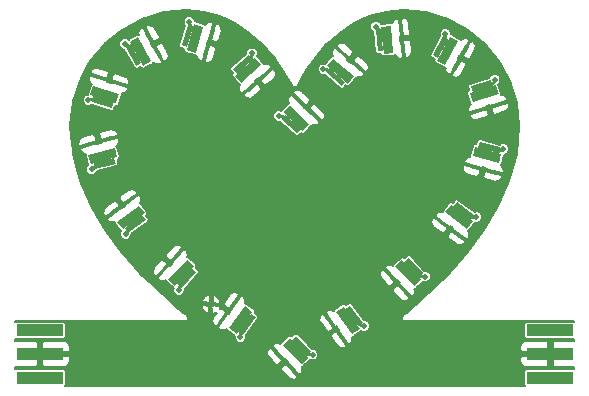
<source format=gtl>
G04 #@! TF.FileFunction,Copper,L1,Top,Signal*
%FSLAX46Y46*%
G04 Gerber Fmt 4.6, Leading zero omitted, Abs format (unit mm)*
G04 Created by KiCad (PCBNEW 4.0.0-rc2-stable) date 3/3/2016 3:06:40 PM*
%MOMM*%
G01*
G04 APERTURE LIST*
%ADD10C,0.150000*%
%ADD11C,0.500000*%
%ADD12R,4.000000X1.000000*%
%ADD13C,0.600000*%
%ADD14C,0.254000*%
%ADD15C,0.152400*%
G04 APERTURE END LIST*
D10*
G36*
X67278037Y-45090824D02*
X66221368Y-46548031D01*
X65816589Y-46254512D01*
X66873258Y-44797305D01*
X67278037Y-45090824D01*
X67278037Y-45090824D01*
G37*
G36*
X65813775Y-43720228D02*
X64463586Y-45582214D01*
X64204527Y-45394362D01*
X65554716Y-43532376D01*
X65813775Y-43720228D01*
X65813775Y-43720228D01*
G37*
G36*
X67020018Y-44594916D02*
X65669829Y-46456901D01*
X65022182Y-45987270D01*
X66372371Y-44125285D01*
X67020018Y-44594916D01*
X67020018Y-44594916D01*
G37*
D11*
X66004779Y-46761546D03*
D10*
G36*
X62244901Y-41264184D02*
X61034140Y-42596121D01*
X60664157Y-42259798D01*
X61874918Y-40927861D01*
X62244901Y-41264184D01*
X62244901Y-41264184D01*
G37*
G36*
X60940531Y-39740628D02*
X59393447Y-41442548D01*
X59156659Y-41227302D01*
X60703743Y-39525382D01*
X60940531Y-39740628D01*
X60940531Y-39740628D01*
G37*
G36*
X62043079Y-40742869D02*
X60495995Y-42444789D01*
X59904023Y-41906673D01*
X61451107Y-40204753D01*
X62043079Y-40742869D01*
X62043079Y-40742869D01*
G37*
D11*
X60795348Y-42784478D03*
D10*
G36*
X57999958Y-36833116D02*
X56551747Y-37902081D01*
X56254812Y-37499800D01*
X57703023Y-36430835D01*
X57999958Y-36833116D01*
X57999958Y-36833116D01*
G37*
G36*
X57019299Y-35083571D02*
X55168807Y-36449469D01*
X54978769Y-36192009D01*
X56829261Y-34826111D01*
X57019299Y-35083571D01*
X57019299Y-35083571D01*
G37*
G36*
X57904164Y-36282367D02*
X56053672Y-37648266D01*
X55578576Y-37004617D01*
X57429068Y-35638718D01*
X57904164Y-36282367D01*
X57904164Y-36282367D01*
G37*
D11*
X56280685Y-38040013D03*
D10*
G36*
X55440027Y-32065512D02*
X53702295Y-32534860D01*
X53571921Y-32052156D01*
X55309653Y-31582808D01*
X55440027Y-32065512D01*
X55440027Y-32065512D01*
G37*
G36*
X55162489Y-30079165D02*
X52942053Y-30678887D01*
X52858613Y-30369957D01*
X55079049Y-29770235D01*
X55162489Y-30079165D01*
X55162489Y-30079165D01*
G37*
G36*
X55551004Y-31517622D02*
X53330569Y-32117344D01*
X53121970Y-31345018D01*
X55342405Y-30745296D01*
X55551004Y-31517622D01*
X55551004Y-31517622D01*
G37*
D11*
X53399636Y-32564814D03*
D10*
G36*
X55115142Y-27368099D02*
X53395280Y-26836990D01*
X53542810Y-26359251D01*
X55262672Y-26890360D01*
X55115142Y-27368099D01*
X55115142Y-27368099D01*
G37*
G36*
X55941181Y-25540461D02*
X53743580Y-24861822D01*
X53837999Y-24556069D01*
X56035600Y-25234708D01*
X55941181Y-25540461D01*
X55941181Y-25540461D01*
G37*
G36*
X55501541Y-26964125D02*
X53303940Y-26285486D01*
X53539989Y-25521103D01*
X55737590Y-26199742D01*
X55501541Y-26964125D01*
X55501541Y-26964125D01*
G37*
D11*
X53123389Y-26700698D03*
D10*
G36*
X57183658Y-23808237D02*
X56328673Y-22224255D01*
X56768668Y-21986759D01*
X57623653Y-23570741D01*
X57183658Y-23808237D01*
X57183658Y-23808237D01*
G37*
G36*
X59053586Y-23083000D02*
X57961105Y-21059023D01*
X58242702Y-20907026D01*
X59335183Y-22931003D01*
X59053586Y-23083000D01*
X59053586Y-23083000D01*
G37*
G36*
X57742400Y-23790738D02*
X56649919Y-21766761D01*
X57353912Y-21386768D01*
X58446393Y-23410745D01*
X57742400Y-23790738D01*
X57742400Y-23790738D01*
G37*
D11*
X56230175Y-21936508D03*
D10*
G36*
X61024928Y-22071365D02*
X61530839Y-20343924D01*
X62010684Y-20484455D01*
X61504773Y-22211896D01*
X61024928Y-22071365D01*
X61024928Y-22071365D01*
G37*
G36*
X62864446Y-22870599D02*
X63510887Y-20663313D01*
X63817988Y-20753253D01*
X63171547Y-22960539D01*
X62864446Y-22870599D01*
X62864446Y-22870599D01*
G37*
G36*
X61434509Y-22451819D02*
X62080950Y-20244532D01*
X62848701Y-20469381D01*
X62202260Y-22676668D01*
X61434509Y-22451819D01*
X61434509Y-22451819D01*
G37*
D11*
X61663142Y-20070070D03*
D10*
G36*
X65364898Y-24075152D02*
X66712213Y-22881527D01*
X67043776Y-23255782D01*
X65696461Y-24449407D01*
X65364898Y-24075152D01*
X65364898Y-24075152D01*
G37*
G36*
X66497390Y-25730467D02*
X68218960Y-24205279D01*
X68431160Y-24444801D01*
X66709590Y-25969989D01*
X66497390Y-25730467D01*
X66497390Y-25730467D01*
G37*
G36*
X65509334Y-24615188D02*
X67230904Y-23090001D01*
X67761404Y-23688808D01*
X66039834Y-25213995D01*
X65509334Y-24615188D01*
X65509334Y-24615188D01*
G37*
D11*
X66969923Y-22720015D03*
D10*
G36*
X74564644Y-25504466D02*
X73210010Y-24319153D01*
X73539264Y-23942866D01*
X74893898Y-25128179D01*
X74564644Y-25504466D01*
X74564644Y-25504466D01*
G37*
G36*
X76063216Y-24171470D02*
X74332295Y-22656904D01*
X74543018Y-22416080D01*
X76273939Y-23930646D01*
X76063216Y-24171470D01*
X76063216Y-24171470D01*
G37*
G36*
X75082041Y-25292806D02*
X73351120Y-23778240D01*
X73877925Y-23176180D01*
X75608846Y-24690746D01*
X75082041Y-25292806D01*
X75082041Y-25292806D01*
G37*
D11*
X73017163Y-24083972D03*
D10*
G36*
X77609097Y-22559846D02*
X77443273Y-20767500D01*
X77941147Y-20721438D01*
X78106971Y-22513784D01*
X77609097Y-22559846D01*
X77609097Y-22559846D01*
G37*
G36*
X79613666Y-22625456D02*
X79401781Y-20335236D01*
X79720420Y-20305756D01*
X79932305Y-22595976D01*
X79613666Y-22625456D01*
X79613666Y-22625456D01*
G37*
G36*
X78130002Y-22762720D02*
X77918116Y-20472501D01*
X78714714Y-20398802D01*
X78926600Y-22689021D01*
X78130002Y-22762720D01*
X78130002Y-22762720D01*
G37*
D11*
X77465424Y-20464169D03*
D10*
G36*
X82310100Y-22891298D02*
X83165073Y-21307308D01*
X83605070Y-21544800D01*
X82750097Y-23128790D01*
X82310100Y-22891298D01*
X82310100Y-22891298D01*
G37*
G36*
X83942543Y-24056516D02*
X85035007Y-22032529D01*
X85316605Y-22184524D01*
X84224141Y-24208511D01*
X83942543Y-24056516D01*
X83942543Y-24056516D01*
G37*
G36*
X82631351Y-23348788D02*
X83723816Y-21324802D01*
X84427811Y-21704790D01*
X83335346Y-23728776D01*
X82631351Y-23348788D01*
X82631351Y-23348788D01*
G37*
D11*
X83351568Y-21067059D03*
D10*
G36*
X85508379Y-25529935D02*
X87227972Y-24997958D01*
X87375743Y-25475623D01*
X85656150Y-26007600D01*
X85508379Y-25529935D01*
X85508379Y-25529935D01*
G37*
G36*
X85857677Y-27504927D02*
X88054935Y-26825178D01*
X88149509Y-27130883D01*
X85952251Y-27810632D01*
X85857677Y-27504927D01*
X85857677Y-27504927D01*
G37*
G36*
X85417318Y-26081486D02*
X87614576Y-25401738D01*
X87851010Y-26166002D01*
X85653752Y-26845750D01*
X85417318Y-26081486D01*
X85417318Y-26081486D01*
G37*
D11*
X87529348Y-24957062D03*
D10*
G36*
X86246391Y-30236768D02*
X87984135Y-30706073D01*
X87853773Y-31188780D01*
X86116029Y-30719475D01*
X86246391Y-30236768D01*
X86246391Y-30236768D01*
G37*
G36*
X85486196Y-32092759D02*
X87706646Y-32692426D01*
X87623214Y-33001359D01*
X85402764Y-32401692D01*
X85486196Y-32092759D01*
X85486196Y-32092759D01*
G37*
G36*
X85874676Y-30654294D02*
X88095126Y-31253961D01*
X87886546Y-32026292D01*
X85666096Y-31426625D01*
X85874676Y-30654294D01*
X85874676Y-30654294D01*
G37*
D11*
X88260723Y-30832561D03*
D10*
G36*
X84318797Y-35309250D02*
X85763061Y-36383542D01*
X85464647Y-36784726D01*
X84020383Y-35710434D01*
X84318797Y-35309250D01*
X84318797Y-35309250D01*
G37*
G36*
X82930516Y-36756757D02*
X84775964Y-38129463D01*
X84584978Y-38386221D01*
X82739530Y-37013515D01*
X82930516Y-36756757D01*
X82930516Y-36756757D01*
G37*
G36*
X83819791Y-35561227D02*
X85665238Y-36933934D01*
X85187775Y-37575829D01*
X83342328Y-36203122D01*
X83819791Y-35561227D01*
X83819791Y-35561227D01*
G37*
D11*
X85973930Y-36602709D03*
D10*
G36*
X80249587Y-40051424D02*
X81469091Y-41375361D01*
X81101331Y-41714112D01*
X79881827Y-40390175D01*
X80249587Y-40051424D01*
X80249587Y-40051424D01*
G37*
G36*
X78616525Y-41215773D02*
X80174780Y-42907471D01*
X79939413Y-43124271D01*
X78381158Y-41432573D01*
X78616525Y-41215773D01*
X78616525Y-41215773D01*
G37*
G36*
X79712451Y-40206294D02*
X81270706Y-41897992D01*
X80682289Y-42439994D01*
X79124034Y-40748296D01*
X79712451Y-40206294D01*
X79712451Y-40206294D01*
G37*
D11*
X81635565Y-41629893D03*
D10*
G36*
X75294348Y-44095296D02*
X76352715Y-45551269D01*
X75948278Y-45845260D01*
X74889911Y-44389287D01*
X75294348Y-44095296D01*
X75294348Y-44095296D01*
G37*
G36*
X73537693Y-45063162D02*
X74890051Y-46923572D01*
X74631211Y-47111726D01*
X73278853Y-45251316D01*
X73537693Y-45063162D01*
X73537693Y-45063162D01*
G37*
G36*
X74742915Y-44187069D02*
X76095274Y-46047479D01*
X75448175Y-46517865D01*
X74095816Y-44657455D01*
X74742915Y-44187069D01*
X74742915Y-44187069D01*
G37*
D11*
X76488666Y-45823331D03*
D10*
G36*
X70719417Y-46688136D02*
X71949194Y-48002537D01*
X71584083Y-48344142D01*
X70354306Y-47029741D01*
X70719417Y-46688136D01*
X70719417Y-46688136D01*
G37*
G36*
X69095472Y-47865167D02*
X70666853Y-49544679D01*
X70433182Y-49763305D01*
X68861801Y-48083793D01*
X69095472Y-47865167D01*
X69095472Y-47865167D01*
G37*
G36*
X70183504Y-46847185D02*
X71754886Y-48526697D01*
X71170708Y-49073265D01*
X69599326Y-47393753D01*
X70183504Y-46847185D01*
X70183504Y-46847185D01*
G37*
D11*
X72117646Y-48255764D03*
D10*
G36*
X70767194Y-29515968D02*
X69460775Y-28277716D01*
X69804734Y-27914822D01*
X71111153Y-29153074D01*
X70767194Y-29515968D01*
X70767194Y-29515968D01*
G37*
G36*
X72317598Y-28243628D02*
X70648284Y-26661417D01*
X70868418Y-26429164D01*
X72537732Y-28011375D01*
X72317598Y-28243628D01*
X72317598Y-28243628D01*
G37*
G36*
X71292601Y-29325053D02*
X69623287Y-27742842D01*
X70173621Y-27162211D01*
X71842935Y-28744422D01*
X71292601Y-29325053D01*
X71292601Y-29325053D01*
G37*
D11*
X69277434Y-28035051D03*
D12*
X92246380Y-50192207D03*
X92246380Y-48192207D03*
X92246380Y-46192207D03*
D13*
X91246380Y-50192207D03*
X91246380Y-48192207D03*
X91246380Y-46192207D03*
D12*
X49020840Y-46192207D03*
X49020840Y-48192207D03*
X49020840Y-50192207D03*
D13*
X50020840Y-46192207D03*
X50020840Y-48192207D03*
X50020840Y-50192207D03*
D11*
X63514998Y-43993486D03*
D14*
X66550000Y-45670000D02*
X66020000Y-45290000D01*
X66550000Y-45670000D02*
X66020000Y-45290000D01*
X66550000Y-45670000D02*
X66020000Y-45290000D01*
X66550000Y-45670000D02*
X66020000Y-45290000D01*
X66550000Y-45670000D02*
X66020000Y-45290000D01*
X66550000Y-45670000D02*
X66020000Y-45290000D01*
X66550000Y-45670000D02*
X66020000Y-45290000D01*
X66550000Y-45670000D02*
X66020000Y-45290000D01*
X66550000Y-45670000D02*
X66020000Y-45290000D01*
X66020000Y-45290000D02*
X66000000Y-46760000D01*
X66020000Y-45290000D02*
X66000000Y-46760000D01*
X66020000Y-45290000D02*
X66000000Y-46760000D01*
X66020000Y-45290000D02*
X66000000Y-46760000D01*
X66020000Y-45290000D02*
X66000000Y-46760000D01*
X66020000Y-45290000D02*
X66000000Y-46760000D01*
X66020000Y-45290000D02*
X66000000Y-46760000D01*
X66020000Y-45290000D02*
X66000000Y-46760000D01*
X66020000Y-45290000D02*
X66000000Y-46760000D01*
X61450000Y-41760000D02*
X60970000Y-41320000D01*
X61450000Y-41760000D02*
X60970000Y-41320000D01*
X61450000Y-41760000D02*
X60970000Y-41320000D01*
X61450000Y-41760000D02*
X60970000Y-41320000D01*
X61450000Y-41760000D02*
X60970000Y-41320000D01*
X61450000Y-41760000D02*
X60970000Y-41320000D01*
X61450000Y-41760000D02*
X60970000Y-41320000D01*
X61450000Y-41760000D02*
X60970000Y-41320000D01*
X61450000Y-41760000D02*
X60970000Y-41320000D01*
X60970000Y-41320000D02*
X60800000Y-42780000D01*
X60970000Y-41320000D02*
X60800000Y-42780000D01*
X60970000Y-41320000D02*
X60800000Y-42780000D01*
X60970000Y-41320000D02*
X60800000Y-42780000D01*
X60970000Y-41320000D02*
X60800000Y-42780000D01*
X60970000Y-41320000D02*
X60800000Y-42780000D01*
X60970000Y-41320000D02*
X60800000Y-42780000D01*
X60970000Y-41320000D02*
X60800000Y-42780000D01*
X60970000Y-41320000D02*
X60800000Y-42780000D01*
X57130000Y-37170000D02*
X56740000Y-36640000D01*
X57130000Y-37170000D02*
X56740000Y-36640000D01*
X57130000Y-37170000D02*
X56740000Y-36640000D01*
X57130000Y-37170000D02*
X56740000Y-36640000D01*
X57130000Y-37170000D02*
X56740000Y-36640000D01*
X57130000Y-37170000D02*
X56740000Y-36640000D01*
X57130000Y-37170000D02*
X56740000Y-36640000D01*
X57130000Y-37170000D02*
X56740000Y-36640000D01*
X57130000Y-37170000D02*
X56740000Y-36640000D01*
X56740000Y-36640000D02*
X56280000Y-38040000D01*
X56740000Y-36640000D02*
X56280000Y-38040000D01*
X56740000Y-36640000D02*
X56280000Y-38040000D01*
X56740000Y-36640000D02*
X56280000Y-38040000D01*
X56740000Y-36640000D02*
X56280000Y-38040000D01*
X56740000Y-36640000D02*
X56280000Y-38040000D01*
X56740000Y-36640000D02*
X56280000Y-38040000D01*
X56740000Y-36640000D02*
X56280000Y-38040000D01*
X56740000Y-36640000D02*
X56280000Y-38040000D01*
X54510000Y-32060000D02*
X54340000Y-31430000D01*
X54510000Y-32060000D02*
X54340000Y-31430000D01*
X54510000Y-32060000D02*
X54340000Y-31430000D01*
X54510000Y-32060000D02*
X54340000Y-31430000D01*
X54510000Y-32060000D02*
X54340000Y-31430000D01*
X54510000Y-32060000D02*
X54340000Y-31430000D01*
X54510000Y-32060000D02*
X54340000Y-31430000D01*
X54510000Y-32060000D02*
X54340000Y-31430000D01*
X54510000Y-32060000D02*
X54340000Y-31430000D01*
X54340000Y-31430000D02*
X53400000Y-32560000D01*
X54340000Y-31430000D02*
X53400000Y-32560000D01*
X54340000Y-31430000D02*
X53400000Y-32560000D01*
X54340000Y-31430000D02*
X53400000Y-32560000D01*
X54340000Y-31430000D02*
X53400000Y-32560000D01*
X54340000Y-31430000D02*
X53400000Y-32560000D01*
X54340000Y-31430000D02*
X53400000Y-32560000D01*
X54340000Y-31430000D02*
X53400000Y-32560000D01*
X54340000Y-31430000D02*
X53400000Y-32560000D01*
X54330000Y-26860000D02*
X54520000Y-26240000D01*
X54330000Y-26860000D02*
X54520000Y-26240000D01*
X54330000Y-26860000D02*
X54520000Y-26240000D01*
X54330000Y-26860000D02*
X54520000Y-26240000D01*
X54330000Y-26860000D02*
X54520000Y-26240000D01*
X54330000Y-26860000D02*
X54520000Y-26240000D01*
X54330000Y-26860000D02*
X54520000Y-26240000D01*
X54330000Y-26860000D02*
X54520000Y-26240000D01*
X54330000Y-26860000D02*
X54520000Y-26240000D01*
X54520000Y-26240000D02*
X53120000Y-26700000D01*
X54520000Y-26240000D02*
X53120000Y-26700000D01*
X54520000Y-26240000D02*
X53120000Y-26700000D01*
X54520000Y-26240000D02*
X53120000Y-26700000D01*
X54520000Y-26240000D02*
X53120000Y-26700000D01*
X54520000Y-26240000D02*
X53120000Y-26700000D01*
X54520000Y-26240000D02*
X53120000Y-26700000D01*
X54520000Y-26240000D02*
X53120000Y-26700000D01*
X54520000Y-26240000D02*
X53120000Y-26700000D01*
X56980000Y-22900000D02*
X57550000Y-22590000D01*
X56980000Y-22900000D02*
X57550000Y-22590000D01*
X56980000Y-22900000D02*
X57550000Y-22590000D01*
X56980000Y-22900000D02*
X57550000Y-22590000D01*
X56980000Y-22900000D02*
X57550000Y-22590000D01*
X56980000Y-22900000D02*
X57550000Y-22590000D01*
X56980000Y-22900000D02*
X57550000Y-22590000D01*
X56980000Y-22900000D02*
X57550000Y-22590000D01*
X56980000Y-22900000D02*
X57550000Y-22590000D01*
X57550000Y-22590000D02*
X56230000Y-21940000D01*
X57550000Y-22590000D02*
X56230000Y-21940000D01*
X57550000Y-22590000D02*
X56230000Y-21940000D01*
X57550000Y-22590000D02*
X56230000Y-21940000D01*
X57550000Y-22590000D02*
X56230000Y-21940000D01*
X57550000Y-22590000D02*
X56230000Y-21940000D01*
X57550000Y-22590000D02*
X56230000Y-21940000D01*
X57550000Y-22590000D02*
X56230000Y-21940000D01*
X57550000Y-22590000D02*
X56230000Y-21940000D01*
X61520000Y-21280000D02*
X62140000Y-21460000D01*
X61520000Y-21280000D02*
X62140000Y-21460000D01*
X61520000Y-21280000D02*
X62140000Y-21460000D01*
X61520000Y-21280000D02*
X62140000Y-21460000D01*
X61520000Y-21280000D02*
X62140000Y-21460000D01*
X61520000Y-21280000D02*
X62140000Y-21460000D01*
X61520000Y-21280000D02*
X62140000Y-21460000D01*
X61520000Y-21280000D02*
X62140000Y-21460000D01*
X61520000Y-21280000D02*
X62140000Y-21460000D01*
X62140000Y-21460000D02*
X61660000Y-20070000D01*
X62140000Y-21460000D02*
X61660000Y-20070000D01*
X62140000Y-21460000D02*
X61660000Y-20070000D01*
X62140000Y-21460000D02*
X61660000Y-20070000D01*
X62140000Y-21460000D02*
X61660000Y-20070000D01*
X62140000Y-21460000D02*
X61660000Y-20070000D01*
X62140000Y-21460000D02*
X61660000Y-20070000D01*
X62140000Y-21460000D02*
X61660000Y-20070000D01*
X62140000Y-21460000D02*
X61660000Y-20070000D01*
X66200000Y-23670000D02*
X66640000Y-24150000D01*
X66200000Y-23670000D02*
X66640000Y-24150000D01*
X66200000Y-23670000D02*
X66640000Y-24150000D01*
X66200000Y-23670000D02*
X66640000Y-24150000D01*
X66200000Y-23670000D02*
X66640000Y-24150000D01*
X66200000Y-23670000D02*
X66640000Y-24150000D01*
X66200000Y-23670000D02*
X66640000Y-24150000D01*
X66200000Y-23670000D02*
X66640000Y-24150000D01*
X66200000Y-23670000D02*
X66640000Y-24150000D01*
X66640000Y-24150000D02*
X66970000Y-22720000D01*
X66640000Y-24150000D02*
X66970000Y-22720000D01*
X66640000Y-24150000D02*
X66970000Y-22720000D01*
X66640000Y-24150000D02*
X66970000Y-22720000D01*
X66640000Y-24150000D02*
X66970000Y-22720000D01*
X66640000Y-24150000D02*
X66970000Y-22720000D01*
X66640000Y-24150000D02*
X66970000Y-22720000D01*
X66640000Y-24150000D02*
X66970000Y-22720000D01*
X66640000Y-24150000D02*
X66970000Y-22720000D01*
X74050000Y-24720000D02*
X74480000Y-24230000D01*
X74050000Y-24720000D02*
X74480000Y-24230000D01*
X74050000Y-24720000D02*
X74480000Y-24230000D01*
X74050000Y-24720000D02*
X74480000Y-24230000D01*
X74050000Y-24720000D02*
X74480000Y-24230000D01*
X74050000Y-24720000D02*
X74480000Y-24230000D01*
X74050000Y-24720000D02*
X74480000Y-24230000D01*
X74050000Y-24720000D02*
X74480000Y-24230000D01*
X74050000Y-24720000D02*
X74480000Y-24230000D01*
X74480000Y-24230000D02*
X73020000Y-24080000D01*
X74480000Y-24230000D02*
X73020000Y-24080000D01*
X74480000Y-24230000D02*
X73020000Y-24080000D01*
X74480000Y-24230000D02*
X73020000Y-24080000D01*
X74480000Y-24230000D02*
X73020000Y-24080000D01*
X74480000Y-24230000D02*
X73020000Y-24080000D01*
X74480000Y-24230000D02*
X73020000Y-24080000D01*
X74480000Y-24230000D02*
X73020000Y-24080000D01*
X74480000Y-24230000D02*
X73020000Y-24080000D01*
X77780000Y-21640000D02*
X78420000Y-21580000D01*
X77780000Y-21640000D02*
X78420000Y-21580000D01*
X77780000Y-21640000D02*
X78420000Y-21580000D01*
X77780000Y-21640000D02*
X78420000Y-21580000D01*
X77780000Y-21640000D02*
X78420000Y-21580000D01*
X77780000Y-21640000D02*
X78420000Y-21580000D01*
X77780000Y-21640000D02*
X78420000Y-21580000D01*
X77780000Y-21640000D02*
X78420000Y-21580000D01*
X77780000Y-21640000D02*
X78420000Y-21580000D01*
X78420000Y-21580000D02*
X77470000Y-20460000D01*
X78420000Y-21580000D02*
X77470000Y-20460000D01*
X78420000Y-21580000D02*
X77470000Y-20460000D01*
X78420000Y-21580000D02*
X77470000Y-20460000D01*
X78420000Y-21580000D02*
X77470000Y-20460000D01*
X78420000Y-21580000D02*
X77470000Y-20460000D01*
X78420000Y-21580000D02*
X77470000Y-20460000D01*
X78420000Y-21580000D02*
X77470000Y-20460000D01*
X78420000Y-21580000D02*
X77470000Y-20460000D01*
X82960000Y-22220000D02*
X83530000Y-22530000D01*
X82960000Y-22220000D02*
X83530000Y-22530000D01*
X82960000Y-22220000D02*
X83530000Y-22530000D01*
X82960000Y-22220000D02*
X83530000Y-22530000D01*
X82960000Y-22220000D02*
X83530000Y-22530000D01*
X82960000Y-22220000D02*
X83530000Y-22530000D01*
X82960000Y-22220000D02*
X83530000Y-22530000D01*
X82960000Y-22220000D02*
X83530000Y-22530000D01*
X82960000Y-22220000D02*
X83530000Y-22530000D01*
X83530000Y-22530000D02*
X83350000Y-21070000D01*
X83530000Y-22530000D02*
X83350000Y-21070000D01*
X83530000Y-22530000D02*
X83350000Y-21070000D01*
X83530000Y-22530000D02*
X83350000Y-21070000D01*
X83530000Y-22530000D02*
X83350000Y-21070000D01*
X83530000Y-22530000D02*
X83350000Y-21070000D01*
X83530000Y-22530000D02*
X83350000Y-21070000D01*
X83530000Y-22530000D02*
X83350000Y-21070000D01*
X83530000Y-22530000D02*
X83350000Y-21070000D01*
X86440000Y-25500000D02*
X86630000Y-26120000D01*
X86440000Y-25500000D02*
X86630000Y-26120000D01*
X86440000Y-25500000D02*
X86630000Y-26120000D01*
X86440000Y-25500000D02*
X86630000Y-26120000D01*
X86440000Y-25500000D02*
X86630000Y-26120000D01*
X86440000Y-25500000D02*
X86630000Y-26120000D01*
X86440000Y-25500000D02*
X86630000Y-26120000D01*
X86440000Y-25500000D02*
X86630000Y-26120000D01*
X86440000Y-25500000D02*
X86630000Y-26120000D01*
X86630000Y-26120000D02*
X87530000Y-24960000D01*
X86630000Y-26120000D02*
X87530000Y-24960000D01*
X86630000Y-26120000D02*
X87530000Y-24960000D01*
X86630000Y-26120000D02*
X87530000Y-24960000D01*
X86630000Y-26120000D02*
X87530000Y-24960000D01*
X86630000Y-26120000D02*
X87530000Y-24960000D01*
X86630000Y-26120000D02*
X87530000Y-24960000D01*
X86630000Y-26120000D02*
X87530000Y-24960000D01*
X86630000Y-26120000D02*
X87530000Y-24960000D01*
X87050000Y-30710000D02*
X86880000Y-31340000D01*
X87050000Y-30710000D02*
X86880000Y-31340000D01*
X87050000Y-30710000D02*
X86880000Y-31340000D01*
X87050000Y-30710000D02*
X86880000Y-31340000D01*
X87050000Y-30710000D02*
X86880000Y-31340000D01*
X87050000Y-30710000D02*
X86880000Y-31340000D01*
X87050000Y-30710000D02*
X86880000Y-31340000D01*
X87050000Y-30710000D02*
X86880000Y-31340000D01*
X87050000Y-30710000D02*
X86880000Y-31340000D01*
X86880000Y-31340000D02*
X88260000Y-30830000D01*
X86880000Y-31340000D02*
X88260000Y-30830000D01*
X86880000Y-31340000D02*
X88260000Y-30830000D01*
X86880000Y-31340000D02*
X88260000Y-30830000D01*
X86880000Y-31340000D02*
X88260000Y-30830000D01*
X86880000Y-31340000D02*
X88260000Y-30830000D01*
X86880000Y-31340000D02*
X88260000Y-30830000D01*
X86880000Y-31340000D02*
X88260000Y-30830000D01*
X86880000Y-31340000D02*
X88260000Y-30830000D01*
X84890000Y-36050000D02*
X84500000Y-36570000D01*
X84890000Y-36050000D02*
X84500000Y-36570000D01*
X84890000Y-36050000D02*
X84500000Y-36570000D01*
X84890000Y-36050000D02*
X84500000Y-36570000D01*
X84890000Y-36050000D02*
X84500000Y-36570000D01*
X84890000Y-36050000D02*
X84500000Y-36570000D01*
X84890000Y-36050000D02*
X84500000Y-36570000D01*
X84890000Y-36050000D02*
X84500000Y-36570000D01*
X84890000Y-36050000D02*
X84500000Y-36570000D01*
X84500000Y-36570000D02*
X85970000Y-36600000D01*
X84500000Y-36570000D02*
X85970000Y-36600000D01*
X84500000Y-36570000D02*
X85970000Y-36600000D01*
X84500000Y-36570000D02*
X85970000Y-36600000D01*
X84500000Y-36570000D02*
X85970000Y-36600000D01*
X84500000Y-36570000D02*
X85970000Y-36600000D01*
X84500000Y-36570000D02*
X85970000Y-36600000D01*
X84500000Y-36570000D02*
X85970000Y-36600000D01*
X84500000Y-36570000D02*
X85970000Y-36600000D01*
X80680000Y-40880000D02*
X80200000Y-41320000D01*
X80680000Y-40880000D02*
X80200000Y-41320000D01*
X80680000Y-40880000D02*
X80200000Y-41320000D01*
X80680000Y-40880000D02*
X80200000Y-41320000D01*
X80680000Y-40880000D02*
X80200000Y-41320000D01*
X80680000Y-40880000D02*
X80200000Y-41320000D01*
X80680000Y-40880000D02*
X80200000Y-41320000D01*
X80680000Y-40880000D02*
X80200000Y-41320000D01*
X80680000Y-40880000D02*
X80200000Y-41320000D01*
X80200000Y-41320000D02*
X81640000Y-41630000D01*
X80200000Y-41320000D02*
X81640000Y-41630000D01*
X80200000Y-41320000D02*
X81640000Y-41630000D01*
X80200000Y-41320000D02*
X81640000Y-41630000D01*
X80200000Y-41320000D02*
X81640000Y-41630000D01*
X80200000Y-41320000D02*
X81640000Y-41630000D01*
X80200000Y-41320000D02*
X81640000Y-41630000D01*
X80200000Y-41320000D02*
X81640000Y-41630000D01*
X80200000Y-41320000D02*
X81640000Y-41630000D01*
X75620000Y-44970000D02*
X75100000Y-45350000D01*
X75620000Y-44970000D02*
X75100000Y-45350000D01*
X75620000Y-44970000D02*
X75100000Y-45350000D01*
X75620000Y-44970000D02*
X75100000Y-45350000D01*
X75620000Y-44970000D02*
X75100000Y-45350000D01*
X75620000Y-44970000D02*
X75100000Y-45350000D01*
X75620000Y-44970000D02*
X75100000Y-45350000D01*
X75620000Y-44970000D02*
X75100000Y-45350000D01*
X75620000Y-44970000D02*
X75100000Y-45350000D01*
X75100000Y-45350000D02*
X76490000Y-45820000D01*
X75100000Y-45350000D02*
X76490000Y-45820000D01*
X75100000Y-45350000D02*
X76490000Y-45820000D01*
X75100000Y-45350000D02*
X76490000Y-45820000D01*
X75100000Y-45350000D02*
X76490000Y-45820000D01*
X75100000Y-45350000D02*
X76490000Y-45820000D01*
X75100000Y-45350000D02*
X76490000Y-45820000D01*
X75100000Y-45350000D02*
X76490000Y-45820000D01*
X75100000Y-45350000D02*
X76490000Y-45820000D01*
X71150000Y-47520000D02*
X70680000Y-47960000D01*
X71150000Y-47520000D02*
X70680000Y-47960000D01*
X71150000Y-47520000D02*
X70680000Y-47960000D01*
X71150000Y-47520000D02*
X70680000Y-47960000D01*
X71150000Y-47520000D02*
X70680000Y-47960000D01*
X71150000Y-47520000D02*
X70680000Y-47960000D01*
X71150000Y-47520000D02*
X70680000Y-47960000D01*
X71150000Y-47520000D02*
X70680000Y-47960000D01*
X71150000Y-47520000D02*
X70680000Y-47960000D01*
X70680000Y-47960000D02*
X72120000Y-48260000D01*
X70680000Y-47960000D02*
X72120000Y-48260000D01*
X70680000Y-47960000D02*
X72120000Y-48260000D01*
X70680000Y-47960000D02*
X72120000Y-48260000D01*
X70680000Y-47960000D02*
X72120000Y-48260000D01*
X70680000Y-47960000D02*
X72120000Y-48260000D01*
X70680000Y-47960000D02*
X72120000Y-48260000D01*
X70680000Y-47960000D02*
X72120000Y-48260000D01*
X70680000Y-47960000D02*
X72120000Y-48260000D01*
X70290000Y-28720000D02*
X70730000Y-28240000D01*
X70290000Y-28720000D02*
X70730000Y-28240000D01*
X70290000Y-28720000D02*
X70730000Y-28240000D01*
X70290000Y-28720000D02*
X70730000Y-28240000D01*
X70290000Y-28720000D02*
X70730000Y-28240000D01*
X70290000Y-28720000D02*
X70730000Y-28240000D01*
X70290000Y-28720000D02*
X70730000Y-28240000D01*
X70290000Y-28720000D02*
X70730000Y-28240000D01*
X70290000Y-28720000D02*
X70730000Y-28240000D01*
X70730000Y-28240000D02*
X69280000Y-28040000D01*
X70730000Y-28240000D02*
X69280000Y-28040000D01*
X70730000Y-28240000D02*
X69280000Y-28040000D01*
X70730000Y-28240000D02*
X69280000Y-28040000D01*
X70730000Y-28240000D02*
X69280000Y-28040000D01*
X70730000Y-28240000D02*
X69280000Y-28040000D01*
X70730000Y-28240000D02*
X69280000Y-28040000D01*
X70730000Y-28240000D02*
X69280000Y-28040000D01*
X70730000Y-28240000D02*
X69280000Y-28040000D01*
D15*
G36*
X81694605Y-19254477D02*
X83552244Y-19828304D01*
X85244029Y-20732534D01*
X86702115Y-21937885D01*
X87907466Y-23395971D01*
X88811796Y-25087943D01*
X89385522Y-26935534D01*
X89580201Y-28911528D01*
X89374576Y-31261528D01*
X88766443Y-33537123D01*
X87821650Y-35672750D01*
X86617308Y-37726054D01*
X85193994Y-39643572D01*
X83551396Y-41474178D01*
X80062985Y-44694250D01*
X79746135Y-44924686D01*
X79731246Y-44940808D01*
X79713000Y-44953000D01*
X79694713Y-44980368D01*
X79672385Y-45004546D01*
X79664800Y-45025136D01*
X79652607Y-45043384D01*
X79646186Y-45075666D01*
X79634809Y-45106549D01*
X79635681Y-45128478D01*
X79631400Y-45150000D01*
X79637820Y-45182277D01*
X79639128Y-45215167D01*
X79648326Y-45235094D01*
X79652607Y-45256616D01*
X79670892Y-45283981D01*
X79684686Y-45313865D01*
X79700808Y-45328754D01*
X79713000Y-45347000D01*
X79740368Y-45365287D01*
X79764546Y-45387615D01*
X79785136Y-45395200D01*
X79803384Y-45407393D01*
X79835666Y-45413814D01*
X79866549Y-45425191D01*
X79888478Y-45424319D01*
X79910000Y-45428600D01*
X94281400Y-45428600D01*
X94281400Y-45466221D01*
X94246380Y-45459129D01*
X90246380Y-45459129D01*
X90161666Y-45475069D01*
X90083862Y-45525135D01*
X90031665Y-45601527D01*
X90013302Y-45692207D01*
X90013302Y-46692207D01*
X90029242Y-46776921D01*
X90079308Y-46854725D01*
X90155700Y-46906922D01*
X90246380Y-46925285D01*
X94246380Y-46925285D01*
X94281400Y-46918696D01*
X94281400Y-47108007D01*
X92570230Y-47108007D01*
X92424180Y-47254057D01*
X92424180Y-48014407D01*
X92444180Y-48014407D01*
X92444180Y-48370007D01*
X92424180Y-48370007D01*
X92424180Y-49130357D01*
X92570230Y-49276407D01*
X94281400Y-49276407D01*
X94281400Y-49466221D01*
X94246380Y-49459129D01*
X90246380Y-49459129D01*
X90161666Y-49475069D01*
X90083862Y-49525135D01*
X90031665Y-49601527D01*
X90013302Y-49692207D01*
X90013302Y-50692207D01*
X90029242Y-50776921D01*
X90079308Y-50854725D01*
X90103712Y-50871400D01*
X51164522Y-50871400D01*
X51183358Y-50859279D01*
X51235555Y-50782887D01*
X51253918Y-50692207D01*
X51253918Y-49692207D01*
X51237978Y-49607493D01*
X51206879Y-49559163D01*
X69442153Y-49559163D01*
X69927194Y-50077581D01*
X70085978Y-50247291D01*
X70297620Y-50343319D01*
X70529902Y-50351046D01*
X70747457Y-50269294D01*
X70784082Y-50235028D01*
X70790948Y-50028596D01*
X69827384Y-48998726D01*
X69449019Y-49352731D01*
X69442153Y-49559163D01*
X51206879Y-49559163D01*
X51187912Y-49529689D01*
X51111520Y-49477492D01*
X51020840Y-49459129D01*
X47020840Y-49459129D01*
X46936126Y-49475069D01*
X46908600Y-49492782D01*
X46908600Y-49276407D01*
X48696990Y-49276407D01*
X48843040Y-49130357D01*
X48843040Y-48370007D01*
X48823040Y-48370007D01*
X48823040Y-48130540D01*
X49121428Y-48130540D01*
X49166293Y-48479424D01*
X49198640Y-48557517D01*
X49198640Y-49130357D01*
X49344690Y-49276407D01*
X51137044Y-49276407D01*
X51351762Y-49187468D01*
X51516101Y-49023130D01*
X51605040Y-48808412D01*
X51605040Y-48516057D01*
X51458990Y-48370007D01*
X50888760Y-48370007D01*
X50920252Y-48253874D01*
X50910819Y-48180514D01*
X68274061Y-48180514D01*
X68355813Y-48398070D01*
X68514597Y-48567780D01*
X68999638Y-49086198D01*
X69206070Y-49093064D01*
X69584435Y-48739059D01*
X68620870Y-47709190D01*
X68414439Y-47702323D01*
X68377814Y-47736590D01*
X68281786Y-47948232D01*
X68274061Y-48180514D01*
X50910819Y-48180514D01*
X50889458Y-48014407D01*
X51458990Y-48014407D01*
X51605040Y-47868357D01*
X51605040Y-47599876D01*
X68737706Y-47599876D01*
X69701270Y-48629746D01*
X69759689Y-48575089D01*
X70002637Y-48834756D01*
X69944219Y-48889413D01*
X70907784Y-49919282D01*
X71114215Y-49926149D01*
X71150840Y-49891882D01*
X71246868Y-49680240D01*
X71254593Y-49447958D01*
X71199009Y-49300040D01*
X71251186Y-49292008D01*
X71329949Y-49243464D01*
X71914127Y-48696896D01*
X71918298Y-48691207D01*
X72022029Y-48734280D01*
X72212428Y-48734447D01*
X72388397Y-48661738D01*
X72523146Y-48527223D01*
X72596162Y-48351381D01*
X72596329Y-48160982D01*
X72523620Y-47985013D01*
X72389105Y-47850264D01*
X72213263Y-47777248D01*
X72057469Y-47777111D01*
X71131080Y-46786974D01*
X73672906Y-46786974D01*
X74090341Y-47361230D01*
X74226993Y-47549220D01*
X74425184Y-47670605D01*
X74654741Y-47706907D01*
X74880715Y-47652597D01*
X74921284Y-47623107D01*
X74928733Y-47576002D01*
X89662180Y-47576002D01*
X89662180Y-47868357D01*
X89808230Y-48014407D01*
X90378460Y-48014407D01*
X90346968Y-48130540D01*
X90377762Y-48370007D01*
X89808230Y-48370007D01*
X89662180Y-48516057D01*
X89662180Y-48808412D01*
X89751119Y-49023130D01*
X89915458Y-49187468D01*
X90130176Y-49276407D01*
X91922530Y-49276407D01*
X92068580Y-49130357D01*
X92068580Y-48538605D01*
X92145792Y-48253874D01*
X92100927Y-47904990D01*
X92068580Y-47826897D01*
X92068580Y-47254057D01*
X91922530Y-47108007D01*
X90130176Y-47108007D01*
X89915458Y-47196946D01*
X89751119Y-47361284D01*
X89662180Y-47576002D01*
X74928733Y-47576002D01*
X74953546Y-47419096D01*
X74124285Y-46278300D01*
X73705167Y-46582963D01*
X73672906Y-46786974D01*
X71131080Y-46786974D01*
X70889616Y-46528895D01*
X70820099Y-46477925D01*
X70730382Y-46455316D01*
X70638939Y-46469393D01*
X70560176Y-46517937D01*
X70365264Y-46700301D01*
X70353703Y-46687944D01*
X70284186Y-46636974D01*
X70194470Y-46614365D01*
X70103026Y-46628442D01*
X70024263Y-46676986D01*
X69440085Y-47223554D01*
X69389115Y-47293071D01*
X69374685Y-47350332D01*
X69231034Y-47285153D01*
X68998752Y-47277426D01*
X68781197Y-47359178D01*
X68744572Y-47393444D01*
X68737706Y-47599876D01*
X51605040Y-47599876D01*
X51605040Y-47576002D01*
X51516101Y-47361284D01*
X51351762Y-47196946D01*
X51137044Y-47108007D01*
X49344690Y-47108007D01*
X49198640Y-47254057D01*
X49198640Y-47845809D01*
X49121428Y-48130540D01*
X48823040Y-48130540D01*
X48823040Y-48014407D01*
X48843040Y-48014407D01*
X48843040Y-47254057D01*
X48696990Y-47108007D01*
X46908600Y-47108007D01*
X46908600Y-46892191D01*
X46930160Y-46906922D01*
X47020840Y-46925285D01*
X51020840Y-46925285D01*
X51105554Y-46909345D01*
X51183358Y-46859279D01*
X51235555Y-46782887D01*
X51253918Y-46692207D01*
X51253918Y-45889959D01*
X64141611Y-45889959D01*
X64174110Y-46093932D01*
X64214713Y-46123375D01*
X64440751Y-46177422D01*
X64670265Y-46140852D01*
X64804922Y-46058163D01*
X64822725Y-46107861D01*
X64885356Y-46175960D01*
X65533003Y-46645591D01*
X65534428Y-46646265D01*
X65526263Y-46665929D01*
X65526096Y-46856328D01*
X65598805Y-47032297D01*
X65733320Y-47167046D01*
X65909162Y-47240062D01*
X66099561Y-47240229D01*
X66275530Y-47167520D01*
X66410279Y-47033005D01*
X66483295Y-46857163D01*
X66483462Y-46666764D01*
X66461580Y-46613805D01*
X67432503Y-45274846D01*
X72683673Y-45274846D01*
X72737983Y-45500821D01*
X72874635Y-45688810D01*
X73292070Y-46263066D01*
X73496081Y-46295328D01*
X73915199Y-45990665D01*
X73085939Y-44849869D01*
X72881928Y-44817608D01*
X72841359Y-44847098D01*
X72719973Y-45045289D01*
X72683673Y-45274846D01*
X67432503Y-45274846D01*
X67466727Y-45227650D01*
X67503553Y-45149711D01*
X67508696Y-45057334D01*
X67477494Y-44970233D01*
X67414863Y-44902134D01*
X67213049Y-44755792D01*
X73215358Y-44755792D01*
X74044619Y-45896588D01*
X74109329Y-45849549D01*
X74318415Y-46137184D01*
X74253705Y-46184223D01*
X75082965Y-47325019D01*
X75286976Y-47357280D01*
X75327545Y-47327790D01*
X75448931Y-47129599D01*
X75485231Y-46900042D01*
X75448305Y-46746399D01*
X75501075Y-46744861D01*
X75585221Y-46706396D01*
X76232320Y-46236010D01*
X76232932Y-46235361D01*
X76393049Y-46301847D01*
X76583448Y-46302014D01*
X76759417Y-46229305D01*
X76894166Y-46094790D01*
X76967182Y-45918948D01*
X76967349Y-45728549D01*
X76894640Y-45552580D01*
X76760125Y-45417831D01*
X76584283Y-45344815D01*
X76490733Y-45344733D01*
X75482879Y-43958250D01*
X75420175Y-43899100D01*
X75333930Y-43865604D01*
X75241449Y-43868300D01*
X75157302Y-43906765D01*
X74941396Y-44063710D01*
X74931446Y-44050023D01*
X74868742Y-43990873D01*
X74782497Y-43957377D01*
X74690015Y-43960073D01*
X74605869Y-43998538D01*
X73958770Y-44468924D01*
X73899620Y-44531628D01*
X73878242Y-44586673D01*
X73743720Y-44504283D01*
X73514163Y-44467981D01*
X73288189Y-44522291D01*
X73247620Y-44551781D01*
X73215358Y-44755792D01*
X67213049Y-44755792D01*
X67198774Y-44745441D01*
X67208708Y-44731742D01*
X67245534Y-44653804D01*
X67250677Y-44561426D01*
X67219475Y-44474325D01*
X67156844Y-44406226D01*
X66509197Y-43936595D01*
X66431259Y-43899769D01*
X66372298Y-43896486D01*
X66408982Y-43743065D01*
X66372414Y-43513550D01*
X66250797Y-43315501D01*
X66210194Y-43286058D01*
X66006221Y-43318557D01*
X65178291Y-44460318D01*
X65243056Y-44507281D01*
X65034305Y-44795161D01*
X64969540Y-44748198D01*
X64141611Y-45889959D01*
X51253918Y-45889959D01*
X51253918Y-45692207D01*
X51237978Y-45607493D01*
X51187912Y-45529689D01*
X51111520Y-45477492D01*
X51020840Y-45459129D01*
X47020840Y-45459129D01*
X46936126Y-45475069D01*
X46908600Y-45492782D01*
X46908600Y-45428600D01*
X61290000Y-45428600D01*
X61313443Y-45423937D01*
X61337336Y-45424549D01*
X61366240Y-45413435D01*
X61396616Y-45407393D01*
X61416490Y-45394114D01*
X61438798Y-45385536D01*
X61461250Y-45364206D01*
X61487000Y-45347000D01*
X61500280Y-45327126D01*
X61517607Y-45310664D01*
X61530186Y-45282368D01*
X61547393Y-45256616D01*
X61552056Y-45233171D01*
X61561765Y-45211332D01*
X61562558Y-45180375D01*
X61568600Y-45150000D01*
X61563937Y-45126557D01*
X61564549Y-45102664D01*
X61553435Y-45073760D01*
X61547393Y-45043384D01*
X61534114Y-45023510D01*
X61525536Y-45001202D01*
X61504206Y-44978750D01*
X61487000Y-44953000D01*
X61467126Y-44939720D01*
X61450664Y-44922393D01*
X61124765Y-44692346D01*
X60575113Y-44192101D01*
X62687969Y-44192101D01*
X62826929Y-44493473D01*
X63070642Y-44718726D01*
X63204681Y-44785400D01*
X63342571Y-44676552D01*
X63371375Y-44259077D01*
X63529139Y-44259077D01*
X63615978Y-44345916D01*
X63591978Y-44693761D01*
X63713613Y-44820515D01*
X63971615Y-44701553D01*
X63979535Y-44709473D01*
X63799800Y-44957339D01*
X63663367Y-45145488D01*
X63609320Y-45371525D01*
X63645888Y-45601040D01*
X63767505Y-45799089D01*
X63808108Y-45828532D01*
X64012081Y-45796033D01*
X64840011Y-44654272D01*
X64420538Y-44350098D01*
X64272121Y-44373745D01*
X64306912Y-44303803D01*
X64198064Y-44165913D01*
X63919666Y-44146704D01*
X63780589Y-44007627D01*
X63659465Y-44128751D01*
X63631097Y-44126794D01*
X63628850Y-44159366D01*
X63529139Y-44259077D01*
X63371375Y-44259077D01*
X63381690Y-44109585D01*
X62814723Y-44070466D01*
X62687969Y-44192101D01*
X60575113Y-44192101D01*
X60229317Y-43877387D01*
X63648306Y-43877387D01*
X64215273Y-43916506D01*
X64275985Y-43858245D01*
X64596790Y-43858245D01*
X64629289Y-44062218D01*
X65048762Y-44366392D01*
X65876691Y-43224631D01*
X65844192Y-43020658D01*
X65803589Y-42991215D01*
X65577551Y-42937168D01*
X65348037Y-42973738D01*
X65149988Y-43095354D01*
X65013555Y-43283503D01*
X64596790Y-43858245D01*
X64275985Y-43858245D01*
X64342027Y-43794871D01*
X64203067Y-43493499D01*
X63959354Y-43268246D01*
X63825315Y-43201572D01*
X63687425Y-43310420D01*
X63648306Y-43877387D01*
X60229317Y-43877387D01*
X60015916Y-43683169D01*
X62723084Y-43683169D01*
X62831932Y-43821059D01*
X63398899Y-43860178D01*
X63438018Y-43293211D01*
X63316383Y-43166457D01*
X63015011Y-43305417D01*
X62789758Y-43549130D01*
X62723084Y-43683169D01*
X60015916Y-43683169D01*
X57851109Y-41712952D01*
X59039531Y-41712952D01*
X59049363Y-41919264D01*
X59086476Y-41953001D01*
X59305184Y-42031618D01*
X59537330Y-42020554D01*
X59680275Y-41953202D01*
X59692496Y-42004559D01*
X59747244Y-42079143D01*
X60339216Y-42617259D01*
X60345068Y-42620861D01*
X60316832Y-42688861D01*
X60316665Y-42879260D01*
X60389374Y-43055229D01*
X60523889Y-43189978D01*
X60699731Y-43262994D01*
X60890130Y-43263161D01*
X61066099Y-43190452D01*
X61200848Y-43055937D01*
X61260442Y-42912418D01*
X78950004Y-42912418D01*
X79430993Y-43434597D01*
X79588450Y-43605538D01*
X79799339Y-43703212D01*
X80031553Y-43712747D01*
X80249739Y-43632692D01*
X80286629Y-43598712D01*
X80295102Y-43392340D01*
X79339587Y-42354998D01*
X78958477Y-42706046D01*
X78950004Y-42912418D01*
X61260442Y-42912418D01*
X61273864Y-42880095D01*
X61274031Y-42689696D01*
X61270916Y-42682158D01*
X62323058Y-41524714D01*
X77792683Y-41524714D01*
X77872738Y-41742900D01*
X78030196Y-41913841D01*
X78511185Y-42436021D01*
X78717557Y-42444494D01*
X79098667Y-42093447D01*
X78143152Y-41056105D01*
X77936780Y-41047631D01*
X77899890Y-41081611D01*
X77802217Y-41292500D01*
X77792683Y-41524714D01*
X62323058Y-41524714D01*
X62417371Y-41420963D01*
X62462558Y-41347555D01*
X62477846Y-41256306D01*
X62456428Y-41166298D01*
X62401680Y-41091714D01*
X62243257Y-40947704D01*
X78260836Y-40947704D01*
X79216351Y-41985046D01*
X79275192Y-41930846D01*
X79516112Y-42192397D01*
X79457271Y-42246597D01*
X80412786Y-43283939D01*
X80619158Y-43292413D01*
X80656048Y-43258433D01*
X80753721Y-43047544D01*
X80763255Y-42815330D01*
X80708824Y-42666982D01*
X80761061Y-42659357D01*
X80840200Y-42611428D01*
X81428617Y-42069426D01*
X81432741Y-42063893D01*
X81539948Y-42108409D01*
X81730347Y-42108576D01*
X81906316Y-42035867D01*
X82041065Y-41901352D01*
X82114081Y-41725510D01*
X82114248Y-41535111D01*
X82041539Y-41359142D01*
X81907024Y-41224393D01*
X81731182Y-41151377D01*
X81579541Y-41151244D01*
X80421021Y-39893513D01*
X80351903Y-39842004D01*
X80262365Y-39818697D01*
X80170815Y-39832061D01*
X80091676Y-39879990D01*
X79895350Y-40060830D01*
X79883885Y-40048383D01*
X79814767Y-39996874D01*
X79725229Y-39973567D01*
X79633679Y-39986931D01*
X79554540Y-40034860D01*
X78966123Y-40576862D01*
X78914614Y-40645980D01*
X78899738Y-40703128D01*
X78756599Y-40636832D01*
X78524385Y-40627297D01*
X78306199Y-40707352D01*
X78269309Y-40741332D01*
X78260836Y-40947704D01*
X62243257Y-40947704D01*
X62204166Y-40912170D01*
X62215549Y-40899648D01*
X62260736Y-40826240D01*
X62276024Y-40734991D01*
X62254606Y-40644983D01*
X62199858Y-40570399D01*
X61607886Y-40032283D01*
X61534478Y-39987096D01*
X61476239Y-39977339D01*
X61529600Y-39828892D01*
X61518538Y-39596746D01*
X61419478Y-39386505D01*
X61382365Y-39352769D01*
X61176054Y-39362601D01*
X60227389Y-40406211D01*
X60286586Y-40460022D01*
X60047394Y-40723154D01*
X59988196Y-40669342D01*
X59039531Y-41712952D01*
X57851109Y-41712952D01*
X57589194Y-41474580D01*
X57295369Y-41139038D01*
X58567590Y-41139038D01*
X58578652Y-41371184D01*
X58677712Y-41581425D01*
X58714825Y-41615161D01*
X58921136Y-41605329D01*
X59869801Y-40561719D01*
X59486389Y-40213188D01*
X59280077Y-40223020D01*
X58802536Y-40748355D01*
X58646207Y-40920329D01*
X58567590Y-41139038D01*
X57295369Y-41139038D01*
X56073546Y-39743745D01*
X59715749Y-39743745D01*
X59725581Y-39950056D01*
X60108994Y-40298588D01*
X61057659Y-39254978D01*
X61047827Y-39048666D01*
X61010714Y-39014929D01*
X60792006Y-38936312D01*
X60559860Y-38947376D01*
X60349619Y-39046436D01*
X60193290Y-39218410D01*
X59715749Y-39743745D01*
X56073546Y-39743745D01*
X55987313Y-39645270D01*
X54572924Y-37726450D01*
X54058589Y-36849549D01*
X54738007Y-36849549D01*
X54767793Y-36889902D01*
X54966864Y-37009837D01*
X55196680Y-37044462D01*
X55350049Y-37006416D01*
X55351973Y-37059172D01*
X55391051Y-37143035D01*
X55866147Y-37786684D01*
X55867236Y-37787697D01*
X55802169Y-37944396D01*
X55802002Y-38134795D01*
X55874711Y-38310764D01*
X56009226Y-38445513D01*
X56185068Y-38518529D01*
X56375467Y-38518696D01*
X56551436Y-38445987D01*
X56686185Y-38311472D01*
X56750102Y-38157542D01*
X83543415Y-38157542D01*
X83573434Y-38361895D01*
X84143072Y-38785610D01*
X84329549Y-38924319D01*
X84554914Y-38981107D01*
X84784856Y-38947329D01*
X84984368Y-38828128D01*
X85014302Y-38787885D01*
X84984282Y-38583532D01*
X83852662Y-37741795D01*
X83543415Y-38157542D01*
X56750102Y-38157542D01*
X56759201Y-38135630D01*
X56759286Y-38038587D01*
X58138376Y-37020642D01*
X58172949Y-36983451D01*
X82144644Y-36983451D01*
X82178423Y-37213393D01*
X82297625Y-37412905D01*
X82484102Y-37551613D01*
X83053740Y-37975329D01*
X83258093Y-37945310D01*
X83567340Y-37529562D01*
X82435719Y-36687825D01*
X82231366Y-36717844D01*
X82201432Y-36758087D01*
X82144644Y-36983451D01*
X58172949Y-36983451D01*
X58197067Y-36957508D01*
X58229933Y-36871021D01*
X58226562Y-36778561D01*
X58187484Y-36694698D01*
X58028967Y-36479943D01*
X58042582Y-36469893D01*
X58101273Y-36406759D01*
X58120906Y-36355093D01*
X82501192Y-36355093D01*
X82531212Y-36559446D01*
X83662832Y-37401183D01*
X83710578Y-37336994D01*
X83995901Y-37549226D01*
X83948154Y-37613416D01*
X85079775Y-38455153D01*
X85284128Y-38425134D01*
X85314062Y-38384891D01*
X85370850Y-38159527D01*
X85337071Y-37929585D01*
X85256024Y-37793934D01*
X85305935Y-37776736D01*
X85374789Y-37714937D01*
X85852252Y-37073042D01*
X85853322Y-37070848D01*
X85878313Y-37081225D01*
X86068712Y-37081392D01*
X86244681Y-37008683D01*
X86379430Y-36874168D01*
X86452446Y-36698326D01*
X86452613Y-36507927D01*
X86379904Y-36331958D01*
X86245389Y-36197209D01*
X86069547Y-36124193D01*
X85879148Y-36124026D01*
X85831285Y-36143802D01*
X84457905Y-35122236D01*
X84380419Y-35084466D01*
X84288111Y-35078201D01*
X84200637Y-35108343D01*
X84131782Y-35170142D01*
X83972475Y-35384312D01*
X83958899Y-35374213D01*
X83881413Y-35336443D01*
X83789105Y-35330178D01*
X83701631Y-35360320D01*
X83632777Y-35422119D01*
X83155314Y-36064014D01*
X83117544Y-36141499D01*
X83113545Y-36200416D01*
X82960580Y-36161871D01*
X82730638Y-36195649D01*
X82531126Y-36314850D01*
X82501192Y-36355093D01*
X58120906Y-36355093D01*
X58134139Y-36320272D01*
X58130767Y-36227812D01*
X58091689Y-36143949D01*
X57616593Y-35500300D01*
X57553460Y-35441609D01*
X57498261Y-35420633D01*
X57579666Y-35285514D01*
X57614292Y-35055698D01*
X57558335Y-34830126D01*
X57528549Y-34789774D01*
X57324308Y-34759002D01*
X56189595Y-35596565D01*
X56237105Y-35660930D01*
X55951002Y-35872110D01*
X55903492Y-35807745D01*
X54768779Y-36645308D01*
X54738007Y-36849549D01*
X54058589Y-36849549D01*
X53689265Y-36219882D01*
X54383776Y-36219882D01*
X54439733Y-36445454D01*
X54469519Y-36485806D01*
X54673760Y-36516578D01*
X55808473Y-35679015D01*
X55500760Y-35262131D01*
X55296519Y-35231360D01*
X54725325Y-35652974D01*
X54538337Y-35790994D01*
X54418402Y-35990066D01*
X54383776Y-36219882D01*
X53689265Y-36219882D01*
X53368352Y-35672753D01*
X53093269Y-35050951D01*
X55786862Y-35050951D01*
X56094576Y-35467835D01*
X57229289Y-34630272D01*
X57260061Y-34426031D01*
X57230275Y-34385678D01*
X57031204Y-34265743D01*
X56801388Y-34231118D01*
X56575816Y-34287076D01*
X56388829Y-34425096D01*
X55817634Y-34846711D01*
X55786862Y-35050951D01*
X53093269Y-35050951D01*
X52423554Y-33537117D01*
X51815424Y-31261528D01*
X51783352Y-30894982D01*
X52395285Y-30894982D01*
X52408363Y-30943402D01*
X52550213Y-31127501D01*
X52751717Y-31243303D01*
X52908425Y-31263615D01*
X52891038Y-31313461D01*
X52896955Y-31405793D01*
X53105554Y-32178119D01*
X53106861Y-32180826D01*
X52994136Y-32293355D01*
X52921120Y-32469197D01*
X52920953Y-32659596D01*
X52993662Y-32835565D01*
X53128177Y-32970314D01*
X53304019Y-33043330D01*
X53494418Y-33043497D01*
X53670387Y-32970788D01*
X53805136Y-32836273D01*
X53846180Y-32737428D01*
X55237799Y-32361562D01*
X84808472Y-32361562D01*
X84838353Y-32592042D01*
X84954161Y-32793543D01*
X85138264Y-32935389D01*
X85362634Y-32995983D01*
X86048025Y-33181084D01*
X86065783Y-33170878D01*
X86570403Y-33170878D01*
X86673323Y-33349955D01*
X87358713Y-33535055D01*
X87583084Y-33595650D01*
X87813564Y-33565770D01*
X88015066Y-33449963D01*
X88156911Y-33265860D01*
X88169988Y-33217440D01*
X88067068Y-33038362D01*
X86705497Y-32670649D01*
X86570403Y-33170878D01*
X86065783Y-33170878D01*
X86227102Y-33078164D01*
X86362197Y-32577935D01*
X85000626Y-32210222D01*
X84821549Y-32313142D01*
X84808472Y-32361562D01*
X55237799Y-32361562D01*
X55500802Y-32290527D01*
X55578429Y-32253050D01*
X55640487Y-32184428D01*
X55670959Y-32097069D01*
X55665042Y-32004737D01*
X55630455Y-31876678D01*
X84939422Y-31876678D01*
X85042342Y-32055756D01*
X86403913Y-32423469D01*
X86424771Y-32346236D01*
X86768071Y-32438950D01*
X86747213Y-32516183D01*
X88108784Y-32883896D01*
X88287861Y-32780976D01*
X88300938Y-32732556D01*
X88271057Y-32502076D01*
X88155249Y-32300575D01*
X88030076Y-32204133D01*
X88070192Y-32169818D01*
X88111563Y-32087061D01*
X88320143Y-31314730D01*
X88320417Y-31311213D01*
X88355505Y-31311244D01*
X88531474Y-31238535D01*
X88666223Y-31104020D01*
X88739239Y-30928178D01*
X88739406Y-30737779D01*
X88666697Y-30561810D01*
X88532182Y-30427061D01*
X88356340Y-30354045D01*
X88165941Y-30353878D01*
X87989972Y-30426587D01*
X87958723Y-30457782D01*
X86307160Y-30011751D01*
X86221220Y-30005053D01*
X86133053Y-30033102D01*
X86062745Y-30093243D01*
X86021374Y-30175999D01*
X85951781Y-30433689D01*
X85935445Y-30429277D01*
X85849505Y-30422579D01*
X85761338Y-30450628D01*
X85691030Y-30510768D01*
X85649659Y-30593525D01*
X85441079Y-31365856D01*
X85434381Y-31451796D01*
X85452283Y-31508067D01*
X85295846Y-31528348D01*
X85094344Y-31644155D01*
X84952499Y-31828258D01*
X84939422Y-31876678D01*
X55630455Y-31876678D01*
X55595443Y-31747049D01*
X55611779Y-31742637D01*
X55689406Y-31705159D01*
X55751464Y-31636538D01*
X55781936Y-31549179D01*
X55776019Y-31456847D01*
X55567420Y-30684521D01*
X55529942Y-30606894D01*
X55486145Y-30567286D01*
X55611101Y-30471006D01*
X55726905Y-30269502D01*
X55756779Y-30039021D01*
X55743702Y-29990601D01*
X55564622Y-29887685D01*
X54203060Y-30255432D01*
X54223920Y-30332665D01*
X53880622Y-30425387D01*
X53859762Y-30348155D01*
X52498200Y-30715902D01*
X52395285Y-30894982D01*
X51783352Y-30894982D01*
X51740924Y-30410101D01*
X52264323Y-30410101D01*
X52277400Y-30458521D01*
X52456480Y-30561437D01*
X53818042Y-30193690D01*
X53682935Y-29693464D01*
X53521592Y-29600742D01*
X54026233Y-29600742D01*
X54161340Y-30100967D01*
X55522902Y-29733220D01*
X55625817Y-29554140D01*
X55612739Y-29505720D01*
X55470889Y-29321621D01*
X55269385Y-29205819D01*
X55038904Y-29175944D01*
X54814534Y-29236545D01*
X54129149Y-29421662D01*
X54026233Y-29600742D01*
X53521592Y-29600742D01*
X53503855Y-29590549D01*
X52818469Y-29775666D01*
X52594100Y-29836266D01*
X52410001Y-29978116D01*
X52294197Y-30179620D01*
X52264323Y-30410101D01*
X51740924Y-30410101D01*
X51609804Y-28911592D01*
X51687205Y-28129833D01*
X68798751Y-28129833D01*
X68871460Y-28305802D01*
X69005975Y-28440551D01*
X69181817Y-28513567D01*
X69370968Y-28513733D01*
X70606855Y-29685133D01*
X70679305Y-29731840D01*
X70770216Y-29749026D01*
X70860651Y-29729489D01*
X70936359Y-29676307D01*
X71119981Y-29482577D01*
X71132263Y-29494218D01*
X71204712Y-29540926D01*
X71295623Y-29558111D01*
X71386058Y-29538574D01*
X71461766Y-29485391D01*
X72012100Y-28904760D01*
X72058807Y-28832311D01*
X72069776Y-28774287D01*
X72217079Y-28830730D01*
X72449405Y-28824507D01*
X72661664Y-28729849D01*
X72696167Y-28693448D01*
X72690636Y-28486976D01*
X71667020Y-27516771D01*
X71611987Y-27574834D01*
X71428208Y-27400645D01*
X71777087Y-27400645D01*
X72800703Y-28370850D01*
X73007174Y-28365319D01*
X73041677Y-28328917D01*
X73124834Y-28111894D01*
X73123080Y-28046388D01*
X85413668Y-28046388D01*
X85428491Y-28094302D01*
X85576915Y-28273143D01*
X85782482Y-28381571D01*
X86013894Y-28403079D01*
X86235921Y-28334392D01*
X86914153Y-28124573D01*
X87010514Y-27941883D01*
X86857379Y-27446879D01*
X85510030Y-27863698D01*
X85413668Y-28046388D01*
X73123080Y-28046388D01*
X73118610Y-27879568D01*
X73023953Y-27667308D01*
X72855273Y-27507430D01*
X72340003Y-27019046D01*
X72133531Y-27024577D01*
X71777087Y-27400645D01*
X71428208Y-27400645D01*
X71353895Y-27330210D01*
X71408929Y-27272147D01*
X70385313Y-26301942D01*
X70178842Y-26307473D01*
X70144339Y-26343875D01*
X70061182Y-26560898D01*
X70067406Y-26793224D01*
X70131765Y-26937543D01*
X70080164Y-26948690D01*
X70004456Y-27001873D01*
X69454122Y-27582504D01*
X69450209Y-27588574D01*
X69373051Y-27556535D01*
X69182652Y-27556368D01*
X69006683Y-27629077D01*
X68871934Y-27763592D01*
X68798918Y-27939434D01*
X68798751Y-28129833D01*
X51687205Y-28129833D01*
X51804477Y-26945395D01*
X51850785Y-26795480D01*
X52644706Y-26795480D01*
X52717415Y-26971449D01*
X52851930Y-27106198D01*
X53027772Y-27179214D01*
X53218171Y-27179381D01*
X53394140Y-27106672D01*
X53414105Y-27086742D01*
X55046370Y-27590800D01*
X55132016Y-27600565D01*
X55221129Y-27575686D01*
X55293541Y-27518096D01*
X55337843Y-27436871D01*
X55416601Y-27181833D01*
X55432769Y-27186826D01*
X55518414Y-27196591D01*
X55607527Y-27171712D01*
X55679940Y-27114122D01*
X55724242Y-27032897D01*
X55917578Y-26406826D01*
X66316111Y-26406826D01*
X66349370Y-26444367D01*
X66558326Y-26546108D01*
X66790312Y-26560139D01*
X67010008Y-26484326D01*
X67183968Y-26330210D01*
X67580010Y-25979344D01*
X70489849Y-25979344D01*
X70495380Y-26185816D01*
X71518996Y-27156021D01*
X71875441Y-26779954D01*
X71869910Y-26573482D01*
X71354640Y-26085098D01*
X71326382Y-26058314D01*
X85185395Y-26058314D01*
X85194652Y-26150370D01*
X85431086Y-26914634D01*
X85471350Y-26990853D01*
X85516553Y-27028850D01*
X85395167Y-27129591D01*
X85286738Y-27335157D01*
X85265230Y-27566569D01*
X85280053Y-27614483D01*
X85462743Y-27710845D01*
X86655716Y-27341784D01*
X87197094Y-27341784D01*
X87350230Y-27836788D01*
X87532919Y-27933150D01*
X88211151Y-27723331D01*
X88433178Y-27654644D01*
X88612019Y-27506219D01*
X88720448Y-27300653D01*
X88741956Y-27069241D01*
X88727133Y-27021327D01*
X88544443Y-26924965D01*
X87197094Y-27341784D01*
X86655716Y-27341784D01*
X86810092Y-27294026D01*
X86786448Y-27217600D01*
X87126164Y-27112505D01*
X87149807Y-27188931D01*
X88497156Y-26772112D01*
X88593518Y-26589422D01*
X88578695Y-26541508D01*
X88430271Y-26362667D01*
X88224704Y-26254239D01*
X88067364Y-26239615D01*
X88082933Y-26189174D01*
X88073676Y-26097118D01*
X87837242Y-25332854D01*
X87834857Y-25328339D01*
X87934848Y-25228521D01*
X88007864Y-25052679D01*
X88008031Y-24862280D01*
X87935322Y-24686311D01*
X87800807Y-24551562D01*
X87624965Y-24478546D01*
X87434566Y-24478379D01*
X87258597Y-24551088D01*
X87123848Y-24685603D01*
X87075923Y-24801020D01*
X85439494Y-25307269D01*
X85363276Y-25347533D01*
X85303743Y-25418357D01*
X85276456Y-25506763D01*
X85285713Y-25598819D01*
X85364600Y-25853819D01*
X85348434Y-25858820D01*
X85272215Y-25899084D01*
X85212682Y-25969908D01*
X85185395Y-26058314D01*
X71326382Y-26058314D01*
X71185960Y-25925220D01*
X70968937Y-25842062D01*
X70736611Y-25848285D01*
X70524352Y-25942943D01*
X70489849Y-25979344D01*
X67580010Y-25979344D01*
X67715368Y-25859427D01*
X67727838Y-25653258D01*
X67384240Y-25265418D01*
X66328581Y-26200657D01*
X66316111Y-26406826D01*
X55917578Y-26406826D01*
X55960291Y-26268514D01*
X55970056Y-26182868D01*
X55954177Y-26125992D01*
X56111238Y-26111314D01*
X56316750Y-26002783D01*
X56465084Y-25823867D01*
X56479883Y-25775945D01*
X56383429Y-25593303D01*
X55035869Y-25177165D01*
X55012264Y-25253603D01*
X54672496Y-25148680D01*
X54696101Y-25072242D01*
X54540815Y-25024288D01*
X55083079Y-25024288D01*
X56430638Y-25440427D01*
X56613279Y-25343973D01*
X56628078Y-25296051D01*
X56606454Y-25064650D01*
X56497921Y-24859138D01*
X56319005Y-24710804D01*
X56096943Y-24642230D01*
X55418606Y-24432753D01*
X55235964Y-24529207D01*
X55083079Y-25024288D01*
X54540815Y-25024288D01*
X53348542Y-24656103D01*
X53165901Y-24752557D01*
X53151102Y-24800479D01*
X53172726Y-25031880D01*
X53281259Y-25237392D01*
X53402907Y-25338247D01*
X53361590Y-25371106D01*
X53317288Y-25452331D01*
X53081239Y-26216714D01*
X53080629Y-26222061D01*
X53028607Y-26222015D01*
X52852638Y-26294724D01*
X52717889Y-26429239D01*
X52644873Y-26605081D01*
X52644706Y-26795480D01*
X51850785Y-26795480D01*
X52378119Y-25088355D01*
X52792890Y-24320585D01*
X53299297Y-24320585D01*
X53395751Y-24503227D01*
X54743311Y-24919365D01*
X54896196Y-24424284D01*
X54799742Y-24241643D01*
X54204632Y-24057867D01*
X65132462Y-24057867D01*
X65144050Y-24149660D01*
X65190437Y-24229712D01*
X65367440Y-24429506D01*
X65354774Y-24440727D01*
X65301935Y-24508834D01*
X65276898Y-24597903D01*
X65288486Y-24689696D01*
X65334873Y-24769748D01*
X65865373Y-25368555D01*
X65933480Y-25421394D01*
X65990328Y-25437374D01*
X65921272Y-25579202D01*
X65907240Y-25811188D01*
X65983053Y-26030884D01*
X66016312Y-26068425D01*
X66222481Y-26080895D01*
X67278140Y-25145657D01*
X67225090Y-25085777D01*
X67288487Y-25029611D01*
X67650410Y-25029611D01*
X67994008Y-25417451D01*
X68200177Y-25429921D01*
X68731577Y-24959139D01*
X68905537Y-24805022D01*
X69007278Y-24596066D01*
X69021310Y-24364080D01*
X68945497Y-24144384D01*
X68912238Y-24106843D01*
X68706069Y-24094373D01*
X67650410Y-25029611D01*
X67288487Y-25029611D01*
X67491260Y-24849969D01*
X67544310Y-24909850D01*
X68599969Y-23974611D01*
X68612439Y-23768442D01*
X68579180Y-23730901D01*
X68370224Y-23629160D01*
X68138238Y-23615129D01*
X67988864Y-23666675D01*
X67982252Y-23614300D01*
X67935865Y-23534248D01*
X67405365Y-22935441D01*
X67400316Y-22931524D01*
X67448439Y-22815632D01*
X67448606Y-22625233D01*
X67375897Y-22449264D01*
X67241382Y-22314515D01*
X67065540Y-22241499D01*
X66875141Y-22241332D01*
X66699172Y-22314041D01*
X66564423Y-22448556D01*
X66491407Y-22624398D01*
X66491283Y-22765865D01*
X65210338Y-23900691D01*
X65157499Y-23968798D01*
X65132462Y-24057867D01*
X54204632Y-24057867D01*
X54121405Y-24032166D01*
X53899343Y-23963591D01*
X53667942Y-23985216D01*
X53462430Y-24093747D01*
X53314096Y-24272663D01*
X53299297Y-24320585D01*
X52792890Y-24320585D01*
X53292399Y-23395963D01*
X54411431Y-22031290D01*
X55751492Y-22031290D01*
X55824201Y-22207259D01*
X55958716Y-22342008D01*
X56134558Y-22415024D01*
X56166796Y-22415052D01*
X56978552Y-23918947D01*
X57032817Y-23985923D01*
X57113831Y-24030610D01*
X57205848Y-24040256D01*
X57294368Y-24013343D01*
X57529256Y-23886557D01*
X57537294Y-23901448D01*
X57591559Y-23968424D01*
X57672573Y-24013111D01*
X57764590Y-24022757D01*
X57853110Y-23995844D01*
X58557103Y-23615851D01*
X58624079Y-23561586D01*
X58652600Y-23509879D01*
X58774946Y-23609453D01*
X58997622Y-23676011D01*
X59228817Y-23652287D01*
X59272953Y-23628464D01*
X59332103Y-23430569D01*
X58662198Y-22189475D01*
X58591799Y-22227474D01*
X58530267Y-22113476D01*
X58802997Y-22113476D01*
X59472901Y-23354570D01*
X59670796Y-23413720D01*
X59714932Y-23389897D01*
X59861637Y-23209642D01*
X59928193Y-22986966D01*
X59904469Y-22755771D01*
X59794077Y-22551254D01*
X59545989Y-22091635D01*
X60792733Y-22091635D01*
X60818913Y-22180375D01*
X60877555Y-22251938D01*
X60959419Y-22295048D01*
X61215582Y-22370070D01*
X61210826Y-22386310D01*
X61202314Y-22472089D01*
X61228494Y-22560829D01*
X61287136Y-22632392D01*
X61369000Y-22675502D01*
X62136751Y-22900351D01*
X62222530Y-22908863D01*
X62279168Y-22892154D01*
X62296140Y-23048983D01*
X62407664Y-23252887D01*
X62588729Y-23398590D01*
X62636863Y-23412686D01*
X62735854Y-23358542D01*
X62971625Y-23358542D01*
X63070738Y-23539754D01*
X63118872Y-23553851D01*
X63349932Y-23528846D01*
X63553834Y-23417320D01*
X63699537Y-23236255D01*
X63764858Y-23013214D01*
X63964396Y-22331887D01*
X63865283Y-22150676D01*
X63368019Y-22005044D01*
X62971625Y-23358542D01*
X62735854Y-23358542D01*
X62818074Y-23313572D01*
X63214469Y-21960074D01*
X63137694Y-21937589D01*
X63217883Y-21663778D01*
X63467965Y-21663778D01*
X63965228Y-21809410D01*
X64146440Y-21710296D01*
X64345978Y-21028969D01*
X64411299Y-20805929D01*
X64386294Y-20574869D01*
X64274770Y-20370965D01*
X64093705Y-20225262D01*
X64045571Y-20211166D01*
X63864360Y-20310280D01*
X63467965Y-21663778D01*
X63217883Y-21663778D01*
X63237639Y-21596323D01*
X63314415Y-21618808D01*
X63710809Y-20265310D01*
X63611696Y-20084098D01*
X63563562Y-20070001D01*
X63332502Y-20095006D01*
X63128600Y-20206532D01*
X63029534Y-20329641D01*
X62996074Y-20288808D01*
X62914210Y-20245698D01*
X62146459Y-20020849D01*
X62141785Y-20020385D01*
X62141825Y-19975288D01*
X62069116Y-19799319D01*
X61934601Y-19664570D01*
X61758759Y-19591554D01*
X61568360Y-19591387D01*
X61392391Y-19664096D01*
X61257642Y-19798611D01*
X61184626Y-19974453D01*
X61184459Y-20164852D01*
X61257168Y-20340821D01*
X61281686Y-20365382D01*
X60801245Y-22005856D01*
X60792733Y-22091635D01*
X59545989Y-22091635D01*
X59456859Y-21926509D01*
X59258964Y-21867359D01*
X58802997Y-22113476D01*
X58530267Y-22113476D01*
X58422892Y-21914549D01*
X58493291Y-21876550D01*
X57823387Y-20635456D01*
X57625492Y-20576306D01*
X57581356Y-20600129D01*
X57434651Y-20780384D01*
X57368095Y-21003060D01*
X57384225Y-21160253D01*
X57331722Y-21154749D01*
X57243202Y-21181662D01*
X56539209Y-21561655D01*
X56535349Y-21564782D01*
X56501634Y-21531008D01*
X56325792Y-21457992D01*
X56135393Y-21457825D01*
X55959424Y-21530534D01*
X55824675Y-21665049D01*
X55751659Y-21840891D01*
X55751492Y-22031290D01*
X54411431Y-22031290D01*
X54488024Y-21937885D01*
X55955827Y-20732536D01*
X56277791Y-20559457D01*
X57964185Y-20559457D01*
X58634090Y-21800551D01*
X59090057Y-21554434D01*
X59149207Y-21356539D01*
X58811989Y-20731795D01*
X58701596Y-20527277D01*
X58521342Y-20380573D01*
X58298666Y-20314015D01*
X58067471Y-20337739D01*
X58023335Y-20361562D01*
X57964185Y-20559457D01*
X56277791Y-20559457D01*
X57638082Y-19828202D01*
X59495395Y-19254477D01*
X61460700Y-19059893D01*
X62898128Y-19194953D01*
X64282151Y-19591770D01*
X65572122Y-20193110D01*
X66751169Y-20992134D01*
X67854979Y-21929885D01*
X68827402Y-23018998D01*
X70385430Y-25450316D01*
X70396477Y-25461795D01*
X70403931Y-25475876D01*
X70433864Y-25500643D01*
X70460809Y-25528641D01*
X70475412Y-25535020D01*
X70487684Y-25545174D01*
X70524814Y-25556600D01*
X70560424Y-25572156D01*
X70576353Y-25572461D01*
X70591580Y-25577147D01*
X70630261Y-25573494D01*
X70669108Y-25574238D01*
X70683942Y-25568424D01*
X70699803Y-25566926D01*
X70734143Y-25548748D01*
X70770316Y-25534570D01*
X70781795Y-25523523D01*
X70795876Y-25516069D01*
X70820643Y-25486136D01*
X70848641Y-25459191D01*
X70855020Y-25444588D01*
X70865174Y-25432316D01*
X71536869Y-24187705D01*
X71543262Y-24178754D01*
X72538480Y-24178754D01*
X72611189Y-24354723D01*
X72745704Y-24489472D01*
X72921546Y-24562488D01*
X73111945Y-24562655D01*
X73127161Y-24556368D01*
X74411160Y-25679875D01*
X74485410Y-25723663D01*
X74576933Y-25737220D01*
X74666519Y-25714101D01*
X74740052Y-25657950D01*
X74915822Y-25457072D01*
X74928557Y-25468215D01*
X75002808Y-25512003D01*
X75094330Y-25525560D01*
X75183916Y-25502441D01*
X75257450Y-25446289D01*
X75784255Y-24844229D01*
X75828043Y-24769979D01*
X75836696Y-24711566D01*
X75986127Y-24762105D01*
X76218022Y-24746647D01*
X76426349Y-24643623D01*
X76459376Y-24605878D01*
X76456057Y-24556081D01*
X83945627Y-24556081D01*
X84004778Y-24753976D01*
X84048914Y-24777799D01*
X84280110Y-24801521D01*
X84502785Y-24734962D01*
X84683038Y-24588256D01*
X84793429Y-24383737D01*
X85130642Y-23758990D01*
X85071490Y-23561095D01*
X84615521Y-23314982D01*
X83945627Y-24556081D01*
X76456057Y-24556081D01*
X76445638Y-24399789D01*
X75384244Y-23471064D01*
X75331564Y-23531270D01*
X75125146Y-23350652D01*
X75489605Y-23350652D01*
X76550999Y-24279377D01*
X76757087Y-24265639D01*
X76790115Y-24227893D01*
X76864575Y-24007735D01*
X76849115Y-23775840D01*
X76746091Y-23567513D01*
X76571186Y-23414471D01*
X76036899Y-22946967D01*
X75830811Y-22960705D01*
X75489605Y-23350652D01*
X75125146Y-23350652D01*
X75063948Y-23297104D01*
X75116629Y-23236898D01*
X74055235Y-22308173D01*
X73849147Y-22321911D01*
X73816119Y-22359657D01*
X73741659Y-22579815D01*
X73757119Y-22811710D01*
X73827166Y-22953354D01*
X73776050Y-22966545D01*
X73702516Y-23022697D01*
X73175711Y-23624757D01*
X73172475Y-23630244D01*
X73112780Y-23605456D01*
X72922381Y-23605289D01*
X72746412Y-23677998D01*
X72611663Y-23812513D01*
X72538647Y-23988355D01*
X72538480Y-24178754D01*
X71543262Y-24178754D01*
X72368718Y-23023116D01*
X73279982Y-21981672D01*
X74146858Y-21981672D01*
X74160596Y-22187761D01*
X75221990Y-23116486D01*
X75563195Y-22726540D01*
X75549457Y-22520452D01*
X75015170Y-22052948D01*
X74840265Y-21899905D01*
X74620107Y-21825445D01*
X74388212Y-21840903D01*
X74179885Y-21943927D01*
X74146858Y-21981672D01*
X73279982Y-21981672D01*
X73327322Y-21927570D01*
X74398790Y-20992470D01*
X75059642Y-20558951D01*
X76986741Y-20558951D01*
X77059450Y-20734920D01*
X77193965Y-20869669D01*
X77219638Y-20880329D01*
X77377010Y-22581318D01*
X77400687Y-22664203D01*
X77457707Y-22737065D01*
X77538583Y-22782002D01*
X77630569Y-22791933D01*
X77896356Y-22767343D01*
X77897915Y-22784192D01*
X77921592Y-22867077D01*
X77978612Y-22939939D01*
X78059488Y-22984875D01*
X78151474Y-22994807D01*
X78948072Y-22921108D01*
X79030957Y-22897431D01*
X79077461Y-22861038D01*
X79150997Y-23000596D01*
X79329776Y-23149096D01*
X79551774Y-23217877D01*
X79601716Y-23213256D01*
X79733690Y-23054372D01*
X79603763Y-21650020D01*
X79524103Y-21657390D01*
X79522058Y-21635280D01*
X79763082Y-21635280D01*
X79893010Y-23039633D01*
X80051893Y-23171607D01*
X80101835Y-23166986D01*
X80307446Y-23058645D01*
X80455946Y-22879865D01*
X80461261Y-22862709D01*
X82078782Y-22862709D01*
X82085884Y-22954957D01*
X82128316Y-23037174D01*
X82199392Y-23096405D01*
X82434281Y-23223188D01*
X82426244Y-23238079D01*
X82400033Y-23320198D01*
X82407135Y-23412447D01*
X82449567Y-23494664D01*
X82520642Y-23553895D01*
X83224637Y-23933883D01*
X83306756Y-23960094D01*
X83365634Y-23955561D01*
X83349533Y-24112484D01*
X83416091Y-24335159D01*
X83562797Y-24515413D01*
X83606933Y-24539235D01*
X83804828Y-24480084D01*
X84474722Y-23238984D01*
X84404323Y-23200985D01*
X84511696Y-23002056D01*
X84784426Y-23002056D01*
X85240395Y-23248169D01*
X85438289Y-23189017D01*
X85775502Y-22564270D01*
X85885893Y-22359752D01*
X85909615Y-22128556D01*
X85843057Y-21905881D01*
X85696351Y-21725627D01*
X85652215Y-21701805D01*
X85454320Y-21760956D01*
X84784426Y-23002056D01*
X84511696Y-23002056D01*
X84573227Y-22888059D01*
X84643627Y-22926058D01*
X85313521Y-21684959D01*
X85254370Y-21487064D01*
X85210234Y-21463241D01*
X84979038Y-21439519D01*
X84756363Y-21506078D01*
X84633806Y-21605826D01*
X84609595Y-21558914D01*
X84538520Y-21499683D01*
X83834525Y-21119695D01*
X83830123Y-21118290D01*
X83830251Y-20972277D01*
X83757542Y-20796308D01*
X83623027Y-20661559D01*
X83447185Y-20588543D01*
X83256786Y-20588376D01*
X83080817Y-20661085D01*
X82946068Y-20795600D01*
X82873052Y-20971442D01*
X82872885Y-21161841D01*
X82918777Y-21272909D01*
X82104993Y-22780590D01*
X82078782Y-22862709D01*
X80461261Y-22862709D01*
X80524726Y-22657867D01*
X80503316Y-22426446D01*
X80437913Y-21719520D01*
X80279029Y-21587546D01*
X79763082Y-21635280D01*
X79522058Y-21635280D01*
X79491344Y-21303302D01*
X79571004Y-21295932D01*
X79441076Y-19891579D01*
X79423332Y-19876840D01*
X79600396Y-19876840D01*
X79730323Y-21281192D01*
X80246270Y-21233458D01*
X80378244Y-21074574D01*
X80312841Y-20367648D01*
X80291431Y-20136228D01*
X80183089Y-19930616D01*
X80004310Y-19782116D01*
X79782312Y-19713335D01*
X79732370Y-19717956D01*
X79600396Y-19876840D01*
X79423332Y-19876840D01*
X79282193Y-19759605D01*
X79232251Y-19764226D01*
X79026640Y-19872567D01*
X78878140Y-20051347D01*
X78831375Y-20202287D01*
X78785228Y-20176647D01*
X78693242Y-20166715D01*
X77896644Y-20240414D01*
X77891432Y-20241903D01*
X77871398Y-20193418D01*
X77736883Y-20058669D01*
X77561041Y-19985653D01*
X77370642Y-19985486D01*
X77194673Y-20058195D01*
X77059924Y-20192710D01*
X76986908Y-20368552D01*
X76986741Y-20558951D01*
X75059642Y-20558951D01*
X75615637Y-20194219D01*
X76917703Y-19591770D01*
X78292129Y-19194929D01*
X79729301Y-19059893D01*
X81694605Y-19254477D01*
X81694605Y-19254477D01*
G37*
X81694605Y-19254477D02*
X83552244Y-19828304D01*
X85244029Y-20732534D01*
X86702115Y-21937885D01*
X87907466Y-23395971D01*
X88811796Y-25087943D01*
X89385522Y-26935534D01*
X89580201Y-28911528D01*
X89374576Y-31261528D01*
X88766443Y-33537123D01*
X87821650Y-35672750D01*
X86617308Y-37726054D01*
X85193994Y-39643572D01*
X83551396Y-41474178D01*
X80062985Y-44694250D01*
X79746135Y-44924686D01*
X79731246Y-44940808D01*
X79713000Y-44953000D01*
X79694713Y-44980368D01*
X79672385Y-45004546D01*
X79664800Y-45025136D01*
X79652607Y-45043384D01*
X79646186Y-45075666D01*
X79634809Y-45106549D01*
X79635681Y-45128478D01*
X79631400Y-45150000D01*
X79637820Y-45182277D01*
X79639128Y-45215167D01*
X79648326Y-45235094D01*
X79652607Y-45256616D01*
X79670892Y-45283981D01*
X79684686Y-45313865D01*
X79700808Y-45328754D01*
X79713000Y-45347000D01*
X79740368Y-45365287D01*
X79764546Y-45387615D01*
X79785136Y-45395200D01*
X79803384Y-45407393D01*
X79835666Y-45413814D01*
X79866549Y-45425191D01*
X79888478Y-45424319D01*
X79910000Y-45428600D01*
X94281400Y-45428600D01*
X94281400Y-45466221D01*
X94246380Y-45459129D01*
X90246380Y-45459129D01*
X90161666Y-45475069D01*
X90083862Y-45525135D01*
X90031665Y-45601527D01*
X90013302Y-45692207D01*
X90013302Y-46692207D01*
X90029242Y-46776921D01*
X90079308Y-46854725D01*
X90155700Y-46906922D01*
X90246380Y-46925285D01*
X94246380Y-46925285D01*
X94281400Y-46918696D01*
X94281400Y-47108007D01*
X92570230Y-47108007D01*
X92424180Y-47254057D01*
X92424180Y-48014407D01*
X92444180Y-48014407D01*
X92444180Y-48370007D01*
X92424180Y-48370007D01*
X92424180Y-49130357D01*
X92570230Y-49276407D01*
X94281400Y-49276407D01*
X94281400Y-49466221D01*
X94246380Y-49459129D01*
X90246380Y-49459129D01*
X90161666Y-49475069D01*
X90083862Y-49525135D01*
X90031665Y-49601527D01*
X90013302Y-49692207D01*
X90013302Y-50692207D01*
X90029242Y-50776921D01*
X90079308Y-50854725D01*
X90103712Y-50871400D01*
X51164522Y-50871400D01*
X51183358Y-50859279D01*
X51235555Y-50782887D01*
X51253918Y-50692207D01*
X51253918Y-49692207D01*
X51237978Y-49607493D01*
X51206879Y-49559163D01*
X69442153Y-49559163D01*
X69927194Y-50077581D01*
X70085978Y-50247291D01*
X70297620Y-50343319D01*
X70529902Y-50351046D01*
X70747457Y-50269294D01*
X70784082Y-50235028D01*
X70790948Y-50028596D01*
X69827384Y-48998726D01*
X69449019Y-49352731D01*
X69442153Y-49559163D01*
X51206879Y-49559163D01*
X51187912Y-49529689D01*
X51111520Y-49477492D01*
X51020840Y-49459129D01*
X47020840Y-49459129D01*
X46936126Y-49475069D01*
X46908600Y-49492782D01*
X46908600Y-49276407D01*
X48696990Y-49276407D01*
X48843040Y-49130357D01*
X48843040Y-48370007D01*
X48823040Y-48370007D01*
X48823040Y-48130540D01*
X49121428Y-48130540D01*
X49166293Y-48479424D01*
X49198640Y-48557517D01*
X49198640Y-49130357D01*
X49344690Y-49276407D01*
X51137044Y-49276407D01*
X51351762Y-49187468D01*
X51516101Y-49023130D01*
X51605040Y-48808412D01*
X51605040Y-48516057D01*
X51458990Y-48370007D01*
X50888760Y-48370007D01*
X50920252Y-48253874D01*
X50910819Y-48180514D01*
X68274061Y-48180514D01*
X68355813Y-48398070D01*
X68514597Y-48567780D01*
X68999638Y-49086198D01*
X69206070Y-49093064D01*
X69584435Y-48739059D01*
X68620870Y-47709190D01*
X68414439Y-47702323D01*
X68377814Y-47736590D01*
X68281786Y-47948232D01*
X68274061Y-48180514D01*
X50910819Y-48180514D01*
X50889458Y-48014407D01*
X51458990Y-48014407D01*
X51605040Y-47868357D01*
X51605040Y-47599876D01*
X68737706Y-47599876D01*
X69701270Y-48629746D01*
X69759689Y-48575089D01*
X70002637Y-48834756D01*
X69944219Y-48889413D01*
X70907784Y-49919282D01*
X71114215Y-49926149D01*
X71150840Y-49891882D01*
X71246868Y-49680240D01*
X71254593Y-49447958D01*
X71199009Y-49300040D01*
X71251186Y-49292008D01*
X71329949Y-49243464D01*
X71914127Y-48696896D01*
X71918298Y-48691207D01*
X72022029Y-48734280D01*
X72212428Y-48734447D01*
X72388397Y-48661738D01*
X72523146Y-48527223D01*
X72596162Y-48351381D01*
X72596329Y-48160982D01*
X72523620Y-47985013D01*
X72389105Y-47850264D01*
X72213263Y-47777248D01*
X72057469Y-47777111D01*
X71131080Y-46786974D01*
X73672906Y-46786974D01*
X74090341Y-47361230D01*
X74226993Y-47549220D01*
X74425184Y-47670605D01*
X74654741Y-47706907D01*
X74880715Y-47652597D01*
X74921284Y-47623107D01*
X74928733Y-47576002D01*
X89662180Y-47576002D01*
X89662180Y-47868357D01*
X89808230Y-48014407D01*
X90378460Y-48014407D01*
X90346968Y-48130540D01*
X90377762Y-48370007D01*
X89808230Y-48370007D01*
X89662180Y-48516057D01*
X89662180Y-48808412D01*
X89751119Y-49023130D01*
X89915458Y-49187468D01*
X90130176Y-49276407D01*
X91922530Y-49276407D01*
X92068580Y-49130357D01*
X92068580Y-48538605D01*
X92145792Y-48253874D01*
X92100927Y-47904990D01*
X92068580Y-47826897D01*
X92068580Y-47254057D01*
X91922530Y-47108007D01*
X90130176Y-47108007D01*
X89915458Y-47196946D01*
X89751119Y-47361284D01*
X89662180Y-47576002D01*
X74928733Y-47576002D01*
X74953546Y-47419096D01*
X74124285Y-46278300D01*
X73705167Y-46582963D01*
X73672906Y-46786974D01*
X71131080Y-46786974D01*
X70889616Y-46528895D01*
X70820099Y-46477925D01*
X70730382Y-46455316D01*
X70638939Y-46469393D01*
X70560176Y-46517937D01*
X70365264Y-46700301D01*
X70353703Y-46687944D01*
X70284186Y-46636974D01*
X70194470Y-46614365D01*
X70103026Y-46628442D01*
X70024263Y-46676986D01*
X69440085Y-47223554D01*
X69389115Y-47293071D01*
X69374685Y-47350332D01*
X69231034Y-47285153D01*
X68998752Y-47277426D01*
X68781197Y-47359178D01*
X68744572Y-47393444D01*
X68737706Y-47599876D01*
X51605040Y-47599876D01*
X51605040Y-47576002D01*
X51516101Y-47361284D01*
X51351762Y-47196946D01*
X51137044Y-47108007D01*
X49344690Y-47108007D01*
X49198640Y-47254057D01*
X49198640Y-47845809D01*
X49121428Y-48130540D01*
X48823040Y-48130540D01*
X48823040Y-48014407D01*
X48843040Y-48014407D01*
X48843040Y-47254057D01*
X48696990Y-47108007D01*
X46908600Y-47108007D01*
X46908600Y-46892191D01*
X46930160Y-46906922D01*
X47020840Y-46925285D01*
X51020840Y-46925285D01*
X51105554Y-46909345D01*
X51183358Y-46859279D01*
X51235555Y-46782887D01*
X51253918Y-46692207D01*
X51253918Y-45889959D01*
X64141611Y-45889959D01*
X64174110Y-46093932D01*
X64214713Y-46123375D01*
X64440751Y-46177422D01*
X64670265Y-46140852D01*
X64804922Y-46058163D01*
X64822725Y-46107861D01*
X64885356Y-46175960D01*
X65533003Y-46645591D01*
X65534428Y-46646265D01*
X65526263Y-46665929D01*
X65526096Y-46856328D01*
X65598805Y-47032297D01*
X65733320Y-47167046D01*
X65909162Y-47240062D01*
X66099561Y-47240229D01*
X66275530Y-47167520D01*
X66410279Y-47033005D01*
X66483295Y-46857163D01*
X66483462Y-46666764D01*
X66461580Y-46613805D01*
X67432503Y-45274846D01*
X72683673Y-45274846D01*
X72737983Y-45500821D01*
X72874635Y-45688810D01*
X73292070Y-46263066D01*
X73496081Y-46295328D01*
X73915199Y-45990665D01*
X73085939Y-44849869D01*
X72881928Y-44817608D01*
X72841359Y-44847098D01*
X72719973Y-45045289D01*
X72683673Y-45274846D01*
X67432503Y-45274846D01*
X67466727Y-45227650D01*
X67503553Y-45149711D01*
X67508696Y-45057334D01*
X67477494Y-44970233D01*
X67414863Y-44902134D01*
X67213049Y-44755792D01*
X73215358Y-44755792D01*
X74044619Y-45896588D01*
X74109329Y-45849549D01*
X74318415Y-46137184D01*
X74253705Y-46184223D01*
X75082965Y-47325019D01*
X75286976Y-47357280D01*
X75327545Y-47327790D01*
X75448931Y-47129599D01*
X75485231Y-46900042D01*
X75448305Y-46746399D01*
X75501075Y-46744861D01*
X75585221Y-46706396D01*
X76232320Y-46236010D01*
X76232932Y-46235361D01*
X76393049Y-46301847D01*
X76583448Y-46302014D01*
X76759417Y-46229305D01*
X76894166Y-46094790D01*
X76967182Y-45918948D01*
X76967349Y-45728549D01*
X76894640Y-45552580D01*
X76760125Y-45417831D01*
X76584283Y-45344815D01*
X76490733Y-45344733D01*
X75482879Y-43958250D01*
X75420175Y-43899100D01*
X75333930Y-43865604D01*
X75241449Y-43868300D01*
X75157302Y-43906765D01*
X74941396Y-44063710D01*
X74931446Y-44050023D01*
X74868742Y-43990873D01*
X74782497Y-43957377D01*
X74690015Y-43960073D01*
X74605869Y-43998538D01*
X73958770Y-44468924D01*
X73899620Y-44531628D01*
X73878242Y-44586673D01*
X73743720Y-44504283D01*
X73514163Y-44467981D01*
X73288189Y-44522291D01*
X73247620Y-44551781D01*
X73215358Y-44755792D01*
X67213049Y-44755792D01*
X67198774Y-44745441D01*
X67208708Y-44731742D01*
X67245534Y-44653804D01*
X67250677Y-44561426D01*
X67219475Y-44474325D01*
X67156844Y-44406226D01*
X66509197Y-43936595D01*
X66431259Y-43899769D01*
X66372298Y-43896486D01*
X66408982Y-43743065D01*
X66372414Y-43513550D01*
X66250797Y-43315501D01*
X66210194Y-43286058D01*
X66006221Y-43318557D01*
X65178291Y-44460318D01*
X65243056Y-44507281D01*
X65034305Y-44795161D01*
X64969540Y-44748198D01*
X64141611Y-45889959D01*
X51253918Y-45889959D01*
X51253918Y-45692207D01*
X51237978Y-45607493D01*
X51187912Y-45529689D01*
X51111520Y-45477492D01*
X51020840Y-45459129D01*
X47020840Y-45459129D01*
X46936126Y-45475069D01*
X46908600Y-45492782D01*
X46908600Y-45428600D01*
X61290000Y-45428600D01*
X61313443Y-45423937D01*
X61337336Y-45424549D01*
X61366240Y-45413435D01*
X61396616Y-45407393D01*
X61416490Y-45394114D01*
X61438798Y-45385536D01*
X61461250Y-45364206D01*
X61487000Y-45347000D01*
X61500280Y-45327126D01*
X61517607Y-45310664D01*
X61530186Y-45282368D01*
X61547393Y-45256616D01*
X61552056Y-45233171D01*
X61561765Y-45211332D01*
X61562558Y-45180375D01*
X61568600Y-45150000D01*
X61563937Y-45126557D01*
X61564549Y-45102664D01*
X61553435Y-45073760D01*
X61547393Y-45043384D01*
X61534114Y-45023510D01*
X61525536Y-45001202D01*
X61504206Y-44978750D01*
X61487000Y-44953000D01*
X61467126Y-44939720D01*
X61450664Y-44922393D01*
X61124765Y-44692346D01*
X60575113Y-44192101D01*
X62687969Y-44192101D01*
X62826929Y-44493473D01*
X63070642Y-44718726D01*
X63204681Y-44785400D01*
X63342571Y-44676552D01*
X63371375Y-44259077D01*
X63529139Y-44259077D01*
X63615978Y-44345916D01*
X63591978Y-44693761D01*
X63713613Y-44820515D01*
X63971615Y-44701553D01*
X63979535Y-44709473D01*
X63799800Y-44957339D01*
X63663367Y-45145488D01*
X63609320Y-45371525D01*
X63645888Y-45601040D01*
X63767505Y-45799089D01*
X63808108Y-45828532D01*
X64012081Y-45796033D01*
X64840011Y-44654272D01*
X64420538Y-44350098D01*
X64272121Y-44373745D01*
X64306912Y-44303803D01*
X64198064Y-44165913D01*
X63919666Y-44146704D01*
X63780589Y-44007627D01*
X63659465Y-44128751D01*
X63631097Y-44126794D01*
X63628850Y-44159366D01*
X63529139Y-44259077D01*
X63371375Y-44259077D01*
X63381690Y-44109585D01*
X62814723Y-44070466D01*
X62687969Y-44192101D01*
X60575113Y-44192101D01*
X60229317Y-43877387D01*
X63648306Y-43877387D01*
X64215273Y-43916506D01*
X64275985Y-43858245D01*
X64596790Y-43858245D01*
X64629289Y-44062218D01*
X65048762Y-44366392D01*
X65876691Y-43224631D01*
X65844192Y-43020658D01*
X65803589Y-42991215D01*
X65577551Y-42937168D01*
X65348037Y-42973738D01*
X65149988Y-43095354D01*
X65013555Y-43283503D01*
X64596790Y-43858245D01*
X64275985Y-43858245D01*
X64342027Y-43794871D01*
X64203067Y-43493499D01*
X63959354Y-43268246D01*
X63825315Y-43201572D01*
X63687425Y-43310420D01*
X63648306Y-43877387D01*
X60229317Y-43877387D01*
X60015916Y-43683169D01*
X62723084Y-43683169D01*
X62831932Y-43821059D01*
X63398899Y-43860178D01*
X63438018Y-43293211D01*
X63316383Y-43166457D01*
X63015011Y-43305417D01*
X62789758Y-43549130D01*
X62723084Y-43683169D01*
X60015916Y-43683169D01*
X57851109Y-41712952D01*
X59039531Y-41712952D01*
X59049363Y-41919264D01*
X59086476Y-41953001D01*
X59305184Y-42031618D01*
X59537330Y-42020554D01*
X59680275Y-41953202D01*
X59692496Y-42004559D01*
X59747244Y-42079143D01*
X60339216Y-42617259D01*
X60345068Y-42620861D01*
X60316832Y-42688861D01*
X60316665Y-42879260D01*
X60389374Y-43055229D01*
X60523889Y-43189978D01*
X60699731Y-43262994D01*
X60890130Y-43263161D01*
X61066099Y-43190452D01*
X61200848Y-43055937D01*
X61260442Y-42912418D01*
X78950004Y-42912418D01*
X79430993Y-43434597D01*
X79588450Y-43605538D01*
X79799339Y-43703212D01*
X80031553Y-43712747D01*
X80249739Y-43632692D01*
X80286629Y-43598712D01*
X80295102Y-43392340D01*
X79339587Y-42354998D01*
X78958477Y-42706046D01*
X78950004Y-42912418D01*
X61260442Y-42912418D01*
X61273864Y-42880095D01*
X61274031Y-42689696D01*
X61270916Y-42682158D01*
X62323058Y-41524714D01*
X77792683Y-41524714D01*
X77872738Y-41742900D01*
X78030196Y-41913841D01*
X78511185Y-42436021D01*
X78717557Y-42444494D01*
X79098667Y-42093447D01*
X78143152Y-41056105D01*
X77936780Y-41047631D01*
X77899890Y-41081611D01*
X77802217Y-41292500D01*
X77792683Y-41524714D01*
X62323058Y-41524714D01*
X62417371Y-41420963D01*
X62462558Y-41347555D01*
X62477846Y-41256306D01*
X62456428Y-41166298D01*
X62401680Y-41091714D01*
X62243257Y-40947704D01*
X78260836Y-40947704D01*
X79216351Y-41985046D01*
X79275192Y-41930846D01*
X79516112Y-42192397D01*
X79457271Y-42246597D01*
X80412786Y-43283939D01*
X80619158Y-43292413D01*
X80656048Y-43258433D01*
X80753721Y-43047544D01*
X80763255Y-42815330D01*
X80708824Y-42666982D01*
X80761061Y-42659357D01*
X80840200Y-42611428D01*
X81428617Y-42069426D01*
X81432741Y-42063893D01*
X81539948Y-42108409D01*
X81730347Y-42108576D01*
X81906316Y-42035867D01*
X82041065Y-41901352D01*
X82114081Y-41725510D01*
X82114248Y-41535111D01*
X82041539Y-41359142D01*
X81907024Y-41224393D01*
X81731182Y-41151377D01*
X81579541Y-41151244D01*
X80421021Y-39893513D01*
X80351903Y-39842004D01*
X80262365Y-39818697D01*
X80170815Y-39832061D01*
X80091676Y-39879990D01*
X79895350Y-40060830D01*
X79883885Y-40048383D01*
X79814767Y-39996874D01*
X79725229Y-39973567D01*
X79633679Y-39986931D01*
X79554540Y-40034860D01*
X78966123Y-40576862D01*
X78914614Y-40645980D01*
X78899738Y-40703128D01*
X78756599Y-40636832D01*
X78524385Y-40627297D01*
X78306199Y-40707352D01*
X78269309Y-40741332D01*
X78260836Y-40947704D01*
X62243257Y-40947704D01*
X62204166Y-40912170D01*
X62215549Y-40899648D01*
X62260736Y-40826240D01*
X62276024Y-40734991D01*
X62254606Y-40644983D01*
X62199858Y-40570399D01*
X61607886Y-40032283D01*
X61534478Y-39987096D01*
X61476239Y-39977339D01*
X61529600Y-39828892D01*
X61518538Y-39596746D01*
X61419478Y-39386505D01*
X61382365Y-39352769D01*
X61176054Y-39362601D01*
X60227389Y-40406211D01*
X60286586Y-40460022D01*
X60047394Y-40723154D01*
X59988196Y-40669342D01*
X59039531Y-41712952D01*
X57851109Y-41712952D01*
X57589194Y-41474580D01*
X57295369Y-41139038D01*
X58567590Y-41139038D01*
X58578652Y-41371184D01*
X58677712Y-41581425D01*
X58714825Y-41615161D01*
X58921136Y-41605329D01*
X59869801Y-40561719D01*
X59486389Y-40213188D01*
X59280077Y-40223020D01*
X58802536Y-40748355D01*
X58646207Y-40920329D01*
X58567590Y-41139038D01*
X57295369Y-41139038D01*
X56073546Y-39743745D01*
X59715749Y-39743745D01*
X59725581Y-39950056D01*
X60108994Y-40298588D01*
X61057659Y-39254978D01*
X61047827Y-39048666D01*
X61010714Y-39014929D01*
X60792006Y-38936312D01*
X60559860Y-38947376D01*
X60349619Y-39046436D01*
X60193290Y-39218410D01*
X59715749Y-39743745D01*
X56073546Y-39743745D01*
X55987313Y-39645270D01*
X54572924Y-37726450D01*
X54058589Y-36849549D01*
X54738007Y-36849549D01*
X54767793Y-36889902D01*
X54966864Y-37009837D01*
X55196680Y-37044462D01*
X55350049Y-37006416D01*
X55351973Y-37059172D01*
X55391051Y-37143035D01*
X55866147Y-37786684D01*
X55867236Y-37787697D01*
X55802169Y-37944396D01*
X55802002Y-38134795D01*
X55874711Y-38310764D01*
X56009226Y-38445513D01*
X56185068Y-38518529D01*
X56375467Y-38518696D01*
X56551436Y-38445987D01*
X56686185Y-38311472D01*
X56750102Y-38157542D01*
X83543415Y-38157542D01*
X83573434Y-38361895D01*
X84143072Y-38785610D01*
X84329549Y-38924319D01*
X84554914Y-38981107D01*
X84784856Y-38947329D01*
X84984368Y-38828128D01*
X85014302Y-38787885D01*
X84984282Y-38583532D01*
X83852662Y-37741795D01*
X83543415Y-38157542D01*
X56750102Y-38157542D01*
X56759201Y-38135630D01*
X56759286Y-38038587D01*
X58138376Y-37020642D01*
X58172949Y-36983451D01*
X82144644Y-36983451D01*
X82178423Y-37213393D01*
X82297625Y-37412905D01*
X82484102Y-37551613D01*
X83053740Y-37975329D01*
X83258093Y-37945310D01*
X83567340Y-37529562D01*
X82435719Y-36687825D01*
X82231366Y-36717844D01*
X82201432Y-36758087D01*
X82144644Y-36983451D01*
X58172949Y-36983451D01*
X58197067Y-36957508D01*
X58229933Y-36871021D01*
X58226562Y-36778561D01*
X58187484Y-36694698D01*
X58028967Y-36479943D01*
X58042582Y-36469893D01*
X58101273Y-36406759D01*
X58120906Y-36355093D01*
X82501192Y-36355093D01*
X82531212Y-36559446D01*
X83662832Y-37401183D01*
X83710578Y-37336994D01*
X83995901Y-37549226D01*
X83948154Y-37613416D01*
X85079775Y-38455153D01*
X85284128Y-38425134D01*
X85314062Y-38384891D01*
X85370850Y-38159527D01*
X85337071Y-37929585D01*
X85256024Y-37793934D01*
X85305935Y-37776736D01*
X85374789Y-37714937D01*
X85852252Y-37073042D01*
X85853322Y-37070848D01*
X85878313Y-37081225D01*
X86068712Y-37081392D01*
X86244681Y-37008683D01*
X86379430Y-36874168D01*
X86452446Y-36698326D01*
X86452613Y-36507927D01*
X86379904Y-36331958D01*
X86245389Y-36197209D01*
X86069547Y-36124193D01*
X85879148Y-36124026D01*
X85831285Y-36143802D01*
X84457905Y-35122236D01*
X84380419Y-35084466D01*
X84288111Y-35078201D01*
X84200637Y-35108343D01*
X84131782Y-35170142D01*
X83972475Y-35384312D01*
X83958899Y-35374213D01*
X83881413Y-35336443D01*
X83789105Y-35330178D01*
X83701631Y-35360320D01*
X83632777Y-35422119D01*
X83155314Y-36064014D01*
X83117544Y-36141499D01*
X83113545Y-36200416D01*
X82960580Y-36161871D01*
X82730638Y-36195649D01*
X82531126Y-36314850D01*
X82501192Y-36355093D01*
X58120906Y-36355093D01*
X58134139Y-36320272D01*
X58130767Y-36227812D01*
X58091689Y-36143949D01*
X57616593Y-35500300D01*
X57553460Y-35441609D01*
X57498261Y-35420633D01*
X57579666Y-35285514D01*
X57614292Y-35055698D01*
X57558335Y-34830126D01*
X57528549Y-34789774D01*
X57324308Y-34759002D01*
X56189595Y-35596565D01*
X56237105Y-35660930D01*
X55951002Y-35872110D01*
X55903492Y-35807745D01*
X54768779Y-36645308D01*
X54738007Y-36849549D01*
X54058589Y-36849549D01*
X53689265Y-36219882D01*
X54383776Y-36219882D01*
X54439733Y-36445454D01*
X54469519Y-36485806D01*
X54673760Y-36516578D01*
X55808473Y-35679015D01*
X55500760Y-35262131D01*
X55296519Y-35231360D01*
X54725325Y-35652974D01*
X54538337Y-35790994D01*
X54418402Y-35990066D01*
X54383776Y-36219882D01*
X53689265Y-36219882D01*
X53368352Y-35672753D01*
X53093269Y-35050951D01*
X55786862Y-35050951D01*
X56094576Y-35467835D01*
X57229289Y-34630272D01*
X57260061Y-34426031D01*
X57230275Y-34385678D01*
X57031204Y-34265743D01*
X56801388Y-34231118D01*
X56575816Y-34287076D01*
X56388829Y-34425096D01*
X55817634Y-34846711D01*
X55786862Y-35050951D01*
X53093269Y-35050951D01*
X52423554Y-33537117D01*
X51815424Y-31261528D01*
X51783352Y-30894982D01*
X52395285Y-30894982D01*
X52408363Y-30943402D01*
X52550213Y-31127501D01*
X52751717Y-31243303D01*
X52908425Y-31263615D01*
X52891038Y-31313461D01*
X52896955Y-31405793D01*
X53105554Y-32178119D01*
X53106861Y-32180826D01*
X52994136Y-32293355D01*
X52921120Y-32469197D01*
X52920953Y-32659596D01*
X52993662Y-32835565D01*
X53128177Y-32970314D01*
X53304019Y-33043330D01*
X53494418Y-33043497D01*
X53670387Y-32970788D01*
X53805136Y-32836273D01*
X53846180Y-32737428D01*
X55237799Y-32361562D01*
X84808472Y-32361562D01*
X84838353Y-32592042D01*
X84954161Y-32793543D01*
X85138264Y-32935389D01*
X85362634Y-32995983D01*
X86048025Y-33181084D01*
X86065783Y-33170878D01*
X86570403Y-33170878D01*
X86673323Y-33349955D01*
X87358713Y-33535055D01*
X87583084Y-33595650D01*
X87813564Y-33565770D01*
X88015066Y-33449963D01*
X88156911Y-33265860D01*
X88169988Y-33217440D01*
X88067068Y-33038362D01*
X86705497Y-32670649D01*
X86570403Y-33170878D01*
X86065783Y-33170878D01*
X86227102Y-33078164D01*
X86362197Y-32577935D01*
X85000626Y-32210222D01*
X84821549Y-32313142D01*
X84808472Y-32361562D01*
X55237799Y-32361562D01*
X55500802Y-32290527D01*
X55578429Y-32253050D01*
X55640487Y-32184428D01*
X55670959Y-32097069D01*
X55665042Y-32004737D01*
X55630455Y-31876678D01*
X84939422Y-31876678D01*
X85042342Y-32055756D01*
X86403913Y-32423469D01*
X86424771Y-32346236D01*
X86768071Y-32438950D01*
X86747213Y-32516183D01*
X88108784Y-32883896D01*
X88287861Y-32780976D01*
X88300938Y-32732556D01*
X88271057Y-32502076D01*
X88155249Y-32300575D01*
X88030076Y-32204133D01*
X88070192Y-32169818D01*
X88111563Y-32087061D01*
X88320143Y-31314730D01*
X88320417Y-31311213D01*
X88355505Y-31311244D01*
X88531474Y-31238535D01*
X88666223Y-31104020D01*
X88739239Y-30928178D01*
X88739406Y-30737779D01*
X88666697Y-30561810D01*
X88532182Y-30427061D01*
X88356340Y-30354045D01*
X88165941Y-30353878D01*
X87989972Y-30426587D01*
X87958723Y-30457782D01*
X86307160Y-30011751D01*
X86221220Y-30005053D01*
X86133053Y-30033102D01*
X86062745Y-30093243D01*
X86021374Y-30175999D01*
X85951781Y-30433689D01*
X85935445Y-30429277D01*
X85849505Y-30422579D01*
X85761338Y-30450628D01*
X85691030Y-30510768D01*
X85649659Y-30593525D01*
X85441079Y-31365856D01*
X85434381Y-31451796D01*
X85452283Y-31508067D01*
X85295846Y-31528348D01*
X85094344Y-31644155D01*
X84952499Y-31828258D01*
X84939422Y-31876678D01*
X55630455Y-31876678D01*
X55595443Y-31747049D01*
X55611779Y-31742637D01*
X55689406Y-31705159D01*
X55751464Y-31636538D01*
X55781936Y-31549179D01*
X55776019Y-31456847D01*
X55567420Y-30684521D01*
X55529942Y-30606894D01*
X55486145Y-30567286D01*
X55611101Y-30471006D01*
X55726905Y-30269502D01*
X55756779Y-30039021D01*
X55743702Y-29990601D01*
X55564622Y-29887685D01*
X54203060Y-30255432D01*
X54223920Y-30332665D01*
X53880622Y-30425387D01*
X53859762Y-30348155D01*
X52498200Y-30715902D01*
X52395285Y-30894982D01*
X51783352Y-30894982D01*
X51740924Y-30410101D01*
X52264323Y-30410101D01*
X52277400Y-30458521D01*
X52456480Y-30561437D01*
X53818042Y-30193690D01*
X53682935Y-29693464D01*
X53521592Y-29600742D01*
X54026233Y-29600742D01*
X54161340Y-30100967D01*
X55522902Y-29733220D01*
X55625817Y-29554140D01*
X55612739Y-29505720D01*
X55470889Y-29321621D01*
X55269385Y-29205819D01*
X55038904Y-29175944D01*
X54814534Y-29236545D01*
X54129149Y-29421662D01*
X54026233Y-29600742D01*
X53521592Y-29600742D01*
X53503855Y-29590549D01*
X52818469Y-29775666D01*
X52594100Y-29836266D01*
X52410001Y-29978116D01*
X52294197Y-30179620D01*
X52264323Y-30410101D01*
X51740924Y-30410101D01*
X51609804Y-28911592D01*
X51687205Y-28129833D01*
X68798751Y-28129833D01*
X68871460Y-28305802D01*
X69005975Y-28440551D01*
X69181817Y-28513567D01*
X69370968Y-28513733D01*
X70606855Y-29685133D01*
X70679305Y-29731840D01*
X70770216Y-29749026D01*
X70860651Y-29729489D01*
X70936359Y-29676307D01*
X71119981Y-29482577D01*
X71132263Y-29494218D01*
X71204712Y-29540926D01*
X71295623Y-29558111D01*
X71386058Y-29538574D01*
X71461766Y-29485391D01*
X72012100Y-28904760D01*
X72058807Y-28832311D01*
X72069776Y-28774287D01*
X72217079Y-28830730D01*
X72449405Y-28824507D01*
X72661664Y-28729849D01*
X72696167Y-28693448D01*
X72690636Y-28486976D01*
X71667020Y-27516771D01*
X71611987Y-27574834D01*
X71428208Y-27400645D01*
X71777087Y-27400645D01*
X72800703Y-28370850D01*
X73007174Y-28365319D01*
X73041677Y-28328917D01*
X73124834Y-28111894D01*
X73123080Y-28046388D01*
X85413668Y-28046388D01*
X85428491Y-28094302D01*
X85576915Y-28273143D01*
X85782482Y-28381571D01*
X86013894Y-28403079D01*
X86235921Y-28334392D01*
X86914153Y-28124573D01*
X87010514Y-27941883D01*
X86857379Y-27446879D01*
X85510030Y-27863698D01*
X85413668Y-28046388D01*
X73123080Y-28046388D01*
X73118610Y-27879568D01*
X73023953Y-27667308D01*
X72855273Y-27507430D01*
X72340003Y-27019046D01*
X72133531Y-27024577D01*
X71777087Y-27400645D01*
X71428208Y-27400645D01*
X71353895Y-27330210D01*
X71408929Y-27272147D01*
X70385313Y-26301942D01*
X70178842Y-26307473D01*
X70144339Y-26343875D01*
X70061182Y-26560898D01*
X70067406Y-26793224D01*
X70131765Y-26937543D01*
X70080164Y-26948690D01*
X70004456Y-27001873D01*
X69454122Y-27582504D01*
X69450209Y-27588574D01*
X69373051Y-27556535D01*
X69182652Y-27556368D01*
X69006683Y-27629077D01*
X68871934Y-27763592D01*
X68798918Y-27939434D01*
X68798751Y-28129833D01*
X51687205Y-28129833D01*
X51804477Y-26945395D01*
X51850785Y-26795480D01*
X52644706Y-26795480D01*
X52717415Y-26971449D01*
X52851930Y-27106198D01*
X53027772Y-27179214D01*
X53218171Y-27179381D01*
X53394140Y-27106672D01*
X53414105Y-27086742D01*
X55046370Y-27590800D01*
X55132016Y-27600565D01*
X55221129Y-27575686D01*
X55293541Y-27518096D01*
X55337843Y-27436871D01*
X55416601Y-27181833D01*
X55432769Y-27186826D01*
X55518414Y-27196591D01*
X55607527Y-27171712D01*
X55679940Y-27114122D01*
X55724242Y-27032897D01*
X55917578Y-26406826D01*
X66316111Y-26406826D01*
X66349370Y-26444367D01*
X66558326Y-26546108D01*
X66790312Y-26560139D01*
X67010008Y-26484326D01*
X67183968Y-26330210D01*
X67580010Y-25979344D01*
X70489849Y-25979344D01*
X70495380Y-26185816D01*
X71518996Y-27156021D01*
X71875441Y-26779954D01*
X71869910Y-26573482D01*
X71354640Y-26085098D01*
X71326382Y-26058314D01*
X85185395Y-26058314D01*
X85194652Y-26150370D01*
X85431086Y-26914634D01*
X85471350Y-26990853D01*
X85516553Y-27028850D01*
X85395167Y-27129591D01*
X85286738Y-27335157D01*
X85265230Y-27566569D01*
X85280053Y-27614483D01*
X85462743Y-27710845D01*
X86655716Y-27341784D01*
X87197094Y-27341784D01*
X87350230Y-27836788D01*
X87532919Y-27933150D01*
X88211151Y-27723331D01*
X88433178Y-27654644D01*
X88612019Y-27506219D01*
X88720448Y-27300653D01*
X88741956Y-27069241D01*
X88727133Y-27021327D01*
X88544443Y-26924965D01*
X87197094Y-27341784D01*
X86655716Y-27341784D01*
X86810092Y-27294026D01*
X86786448Y-27217600D01*
X87126164Y-27112505D01*
X87149807Y-27188931D01*
X88497156Y-26772112D01*
X88593518Y-26589422D01*
X88578695Y-26541508D01*
X88430271Y-26362667D01*
X88224704Y-26254239D01*
X88067364Y-26239615D01*
X88082933Y-26189174D01*
X88073676Y-26097118D01*
X87837242Y-25332854D01*
X87834857Y-25328339D01*
X87934848Y-25228521D01*
X88007864Y-25052679D01*
X88008031Y-24862280D01*
X87935322Y-24686311D01*
X87800807Y-24551562D01*
X87624965Y-24478546D01*
X87434566Y-24478379D01*
X87258597Y-24551088D01*
X87123848Y-24685603D01*
X87075923Y-24801020D01*
X85439494Y-25307269D01*
X85363276Y-25347533D01*
X85303743Y-25418357D01*
X85276456Y-25506763D01*
X85285713Y-25598819D01*
X85364600Y-25853819D01*
X85348434Y-25858820D01*
X85272215Y-25899084D01*
X85212682Y-25969908D01*
X85185395Y-26058314D01*
X71326382Y-26058314D01*
X71185960Y-25925220D01*
X70968937Y-25842062D01*
X70736611Y-25848285D01*
X70524352Y-25942943D01*
X70489849Y-25979344D01*
X67580010Y-25979344D01*
X67715368Y-25859427D01*
X67727838Y-25653258D01*
X67384240Y-25265418D01*
X66328581Y-26200657D01*
X66316111Y-26406826D01*
X55917578Y-26406826D01*
X55960291Y-26268514D01*
X55970056Y-26182868D01*
X55954177Y-26125992D01*
X56111238Y-26111314D01*
X56316750Y-26002783D01*
X56465084Y-25823867D01*
X56479883Y-25775945D01*
X56383429Y-25593303D01*
X55035869Y-25177165D01*
X55012264Y-25253603D01*
X54672496Y-25148680D01*
X54696101Y-25072242D01*
X54540815Y-25024288D01*
X55083079Y-25024288D01*
X56430638Y-25440427D01*
X56613279Y-25343973D01*
X56628078Y-25296051D01*
X56606454Y-25064650D01*
X56497921Y-24859138D01*
X56319005Y-24710804D01*
X56096943Y-24642230D01*
X55418606Y-24432753D01*
X55235964Y-24529207D01*
X55083079Y-25024288D01*
X54540815Y-25024288D01*
X53348542Y-24656103D01*
X53165901Y-24752557D01*
X53151102Y-24800479D01*
X53172726Y-25031880D01*
X53281259Y-25237392D01*
X53402907Y-25338247D01*
X53361590Y-25371106D01*
X53317288Y-25452331D01*
X53081239Y-26216714D01*
X53080629Y-26222061D01*
X53028607Y-26222015D01*
X52852638Y-26294724D01*
X52717889Y-26429239D01*
X52644873Y-26605081D01*
X52644706Y-26795480D01*
X51850785Y-26795480D01*
X52378119Y-25088355D01*
X52792890Y-24320585D01*
X53299297Y-24320585D01*
X53395751Y-24503227D01*
X54743311Y-24919365D01*
X54896196Y-24424284D01*
X54799742Y-24241643D01*
X54204632Y-24057867D01*
X65132462Y-24057867D01*
X65144050Y-24149660D01*
X65190437Y-24229712D01*
X65367440Y-24429506D01*
X65354774Y-24440727D01*
X65301935Y-24508834D01*
X65276898Y-24597903D01*
X65288486Y-24689696D01*
X65334873Y-24769748D01*
X65865373Y-25368555D01*
X65933480Y-25421394D01*
X65990328Y-25437374D01*
X65921272Y-25579202D01*
X65907240Y-25811188D01*
X65983053Y-26030884D01*
X66016312Y-26068425D01*
X66222481Y-26080895D01*
X67278140Y-25145657D01*
X67225090Y-25085777D01*
X67288487Y-25029611D01*
X67650410Y-25029611D01*
X67994008Y-25417451D01*
X68200177Y-25429921D01*
X68731577Y-24959139D01*
X68905537Y-24805022D01*
X69007278Y-24596066D01*
X69021310Y-24364080D01*
X68945497Y-24144384D01*
X68912238Y-24106843D01*
X68706069Y-24094373D01*
X67650410Y-25029611D01*
X67288487Y-25029611D01*
X67491260Y-24849969D01*
X67544310Y-24909850D01*
X68599969Y-23974611D01*
X68612439Y-23768442D01*
X68579180Y-23730901D01*
X68370224Y-23629160D01*
X68138238Y-23615129D01*
X67988864Y-23666675D01*
X67982252Y-23614300D01*
X67935865Y-23534248D01*
X67405365Y-22935441D01*
X67400316Y-22931524D01*
X67448439Y-22815632D01*
X67448606Y-22625233D01*
X67375897Y-22449264D01*
X67241382Y-22314515D01*
X67065540Y-22241499D01*
X66875141Y-22241332D01*
X66699172Y-22314041D01*
X66564423Y-22448556D01*
X66491407Y-22624398D01*
X66491283Y-22765865D01*
X65210338Y-23900691D01*
X65157499Y-23968798D01*
X65132462Y-24057867D01*
X54204632Y-24057867D01*
X54121405Y-24032166D01*
X53899343Y-23963591D01*
X53667942Y-23985216D01*
X53462430Y-24093747D01*
X53314096Y-24272663D01*
X53299297Y-24320585D01*
X52792890Y-24320585D01*
X53292399Y-23395963D01*
X54411431Y-22031290D01*
X55751492Y-22031290D01*
X55824201Y-22207259D01*
X55958716Y-22342008D01*
X56134558Y-22415024D01*
X56166796Y-22415052D01*
X56978552Y-23918947D01*
X57032817Y-23985923D01*
X57113831Y-24030610D01*
X57205848Y-24040256D01*
X57294368Y-24013343D01*
X57529256Y-23886557D01*
X57537294Y-23901448D01*
X57591559Y-23968424D01*
X57672573Y-24013111D01*
X57764590Y-24022757D01*
X57853110Y-23995844D01*
X58557103Y-23615851D01*
X58624079Y-23561586D01*
X58652600Y-23509879D01*
X58774946Y-23609453D01*
X58997622Y-23676011D01*
X59228817Y-23652287D01*
X59272953Y-23628464D01*
X59332103Y-23430569D01*
X58662198Y-22189475D01*
X58591799Y-22227474D01*
X58530267Y-22113476D01*
X58802997Y-22113476D01*
X59472901Y-23354570D01*
X59670796Y-23413720D01*
X59714932Y-23389897D01*
X59861637Y-23209642D01*
X59928193Y-22986966D01*
X59904469Y-22755771D01*
X59794077Y-22551254D01*
X59545989Y-22091635D01*
X60792733Y-22091635D01*
X60818913Y-22180375D01*
X60877555Y-22251938D01*
X60959419Y-22295048D01*
X61215582Y-22370070D01*
X61210826Y-22386310D01*
X61202314Y-22472089D01*
X61228494Y-22560829D01*
X61287136Y-22632392D01*
X61369000Y-22675502D01*
X62136751Y-22900351D01*
X62222530Y-22908863D01*
X62279168Y-22892154D01*
X62296140Y-23048983D01*
X62407664Y-23252887D01*
X62588729Y-23398590D01*
X62636863Y-23412686D01*
X62735854Y-23358542D01*
X62971625Y-23358542D01*
X63070738Y-23539754D01*
X63118872Y-23553851D01*
X63349932Y-23528846D01*
X63553834Y-23417320D01*
X63699537Y-23236255D01*
X63764858Y-23013214D01*
X63964396Y-22331887D01*
X63865283Y-22150676D01*
X63368019Y-22005044D01*
X62971625Y-23358542D01*
X62735854Y-23358542D01*
X62818074Y-23313572D01*
X63214469Y-21960074D01*
X63137694Y-21937589D01*
X63217883Y-21663778D01*
X63467965Y-21663778D01*
X63965228Y-21809410D01*
X64146440Y-21710296D01*
X64345978Y-21028969D01*
X64411299Y-20805929D01*
X64386294Y-20574869D01*
X64274770Y-20370965D01*
X64093705Y-20225262D01*
X64045571Y-20211166D01*
X63864360Y-20310280D01*
X63467965Y-21663778D01*
X63217883Y-21663778D01*
X63237639Y-21596323D01*
X63314415Y-21618808D01*
X63710809Y-20265310D01*
X63611696Y-20084098D01*
X63563562Y-20070001D01*
X63332502Y-20095006D01*
X63128600Y-20206532D01*
X63029534Y-20329641D01*
X62996074Y-20288808D01*
X62914210Y-20245698D01*
X62146459Y-20020849D01*
X62141785Y-20020385D01*
X62141825Y-19975288D01*
X62069116Y-19799319D01*
X61934601Y-19664570D01*
X61758759Y-19591554D01*
X61568360Y-19591387D01*
X61392391Y-19664096D01*
X61257642Y-19798611D01*
X61184626Y-19974453D01*
X61184459Y-20164852D01*
X61257168Y-20340821D01*
X61281686Y-20365382D01*
X60801245Y-22005856D01*
X60792733Y-22091635D01*
X59545989Y-22091635D01*
X59456859Y-21926509D01*
X59258964Y-21867359D01*
X58802997Y-22113476D01*
X58530267Y-22113476D01*
X58422892Y-21914549D01*
X58493291Y-21876550D01*
X57823387Y-20635456D01*
X57625492Y-20576306D01*
X57581356Y-20600129D01*
X57434651Y-20780384D01*
X57368095Y-21003060D01*
X57384225Y-21160253D01*
X57331722Y-21154749D01*
X57243202Y-21181662D01*
X56539209Y-21561655D01*
X56535349Y-21564782D01*
X56501634Y-21531008D01*
X56325792Y-21457992D01*
X56135393Y-21457825D01*
X55959424Y-21530534D01*
X55824675Y-21665049D01*
X55751659Y-21840891D01*
X55751492Y-22031290D01*
X54411431Y-22031290D01*
X54488024Y-21937885D01*
X55955827Y-20732536D01*
X56277791Y-20559457D01*
X57964185Y-20559457D01*
X58634090Y-21800551D01*
X59090057Y-21554434D01*
X59149207Y-21356539D01*
X58811989Y-20731795D01*
X58701596Y-20527277D01*
X58521342Y-20380573D01*
X58298666Y-20314015D01*
X58067471Y-20337739D01*
X58023335Y-20361562D01*
X57964185Y-20559457D01*
X56277791Y-20559457D01*
X57638082Y-19828202D01*
X59495395Y-19254477D01*
X61460700Y-19059893D01*
X62898128Y-19194953D01*
X64282151Y-19591770D01*
X65572122Y-20193110D01*
X66751169Y-20992134D01*
X67854979Y-21929885D01*
X68827402Y-23018998D01*
X70385430Y-25450316D01*
X70396477Y-25461795D01*
X70403931Y-25475876D01*
X70433864Y-25500643D01*
X70460809Y-25528641D01*
X70475412Y-25535020D01*
X70487684Y-25545174D01*
X70524814Y-25556600D01*
X70560424Y-25572156D01*
X70576353Y-25572461D01*
X70591580Y-25577147D01*
X70630261Y-25573494D01*
X70669108Y-25574238D01*
X70683942Y-25568424D01*
X70699803Y-25566926D01*
X70734143Y-25548748D01*
X70770316Y-25534570D01*
X70781795Y-25523523D01*
X70795876Y-25516069D01*
X70820643Y-25486136D01*
X70848641Y-25459191D01*
X70855020Y-25444588D01*
X70865174Y-25432316D01*
X71536869Y-24187705D01*
X71543262Y-24178754D01*
X72538480Y-24178754D01*
X72611189Y-24354723D01*
X72745704Y-24489472D01*
X72921546Y-24562488D01*
X73111945Y-24562655D01*
X73127161Y-24556368D01*
X74411160Y-25679875D01*
X74485410Y-25723663D01*
X74576933Y-25737220D01*
X74666519Y-25714101D01*
X74740052Y-25657950D01*
X74915822Y-25457072D01*
X74928557Y-25468215D01*
X75002808Y-25512003D01*
X75094330Y-25525560D01*
X75183916Y-25502441D01*
X75257450Y-25446289D01*
X75784255Y-24844229D01*
X75828043Y-24769979D01*
X75836696Y-24711566D01*
X75986127Y-24762105D01*
X76218022Y-24746647D01*
X76426349Y-24643623D01*
X76459376Y-24605878D01*
X76456057Y-24556081D01*
X83945627Y-24556081D01*
X84004778Y-24753976D01*
X84048914Y-24777799D01*
X84280110Y-24801521D01*
X84502785Y-24734962D01*
X84683038Y-24588256D01*
X84793429Y-24383737D01*
X85130642Y-23758990D01*
X85071490Y-23561095D01*
X84615521Y-23314982D01*
X83945627Y-24556081D01*
X76456057Y-24556081D01*
X76445638Y-24399789D01*
X75384244Y-23471064D01*
X75331564Y-23531270D01*
X75125146Y-23350652D01*
X75489605Y-23350652D01*
X76550999Y-24279377D01*
X76757087Y-24265639D01*
X76790115Y-24227893D01*
X76864575Y-24007735D01*
X76849115Y-23775840D01*
X76746091Y-23567513D01*
X76571186Y-23414471D01*
X76036899Y-22946967D01*
X75830811Y-22960705D01*
X75489605Y-23350652D01*
X75125146Y-23350652D01*
X75063948Y-23297104D01*
X75116629Y-23236898D01*
X74055235Y-22308173D01*
X73849147Y-22321911D01*
X73816119Y-22359657D01*
X73741659Y-22579815D01*
X73757119Y-22811710D01*
X73827166Y-22953354D01*
X73776050Y-22966545D01*
X73702516Y-23022697D01*
X73175711Y-23624757D01*
X73172475Y-23630244D01*
X73112780Y-23605456D01*
X72922381Y-23605289D01*
X72746412Y-23677998D01*
X72611663Y-23812513D01*
X72538647Y-23988355D01*
X72538480Y-24178754D01*
X71543262Y-24178754D01*
X72368718Y-23023116D01*
X73279982Y-21981672D01*
X74146858Y-21981672D01*
X74160596Y-22187761D01*
X75221990Y-23116486D01*
X75563195Y-22726540D01*
X75549457Y-22520452D01*
X75015170Y-22052948D01*
X74840265Y-21899905D01*
X74620107Y-21825445D01*
X74388212Y-21840903D01*
X74179885Y-21943927D01*
X74146858Y-21981672D01*
X73279982Y-21981672D01*
X73327322Y-21927570D01*
X74398790Y-20992470D01*
X75059642Y-20558951D01*
X76986741Y-20558951D01*
X77059450Y-20734920D01*
X77193965Y-20869669D01*
X77219638Y-20880329D01*
X77377010Y-22581318D01*
X77400687Y-22664203D01*
X77457707Y-22737065D01*
X77538583Y-22782002D01*
X77630569Y-22791933D01*
X77896356Y-22767343D01*
X77897915Y-22784192D01*
X77921592Y-22867077D01*
X77978612Y-22939939D01*
X78059488Y-22984875D01*
X78151474Y-22994807D01*
X78948072Y-22921108D01*
X79030957Y-22897431D01*
X79077461Y-22861038D01*
X79150997Y-23000596D01*
X79329776Y-23149096D01*
X79551774Y-23217877D01*
X79601716Y-23213256D01*
X79733690Y-23054372D01*
X79603763Y-21650020D01*
X79524103Y-21657390D01*
X79522058Y-21635280D01*
X79763082Y-21635280D01*
X79893010Y-23039633D01*
X80051893Y-23171607D01*
X80101835Y-23166986D01*
X80307446Y-23058645D01*
X80455946Y-22879865D01*
X80461261Y-22862709D01*
X82078782Y-22862709D01*
X82085884Y-22954957D01*
X82128316Y-23037174D01*
X82199392Y-23096405D01*
X82434281Y-23223188D01*
X82426244Y-23238079D01*
X82400033Y-23320198D01*
X82407135Y-23412447D01*
X82449567Y-23494664D01*
X82520642Y-23553895D01*
X83224637Y-23933883D01*
X83306756Y-23960094D01*
X83365634Y-23955561D01*
X83349533Y-24112484D01*
X83416091Y-24335159D01*
X83562797Y-24515413D01*
X83606933Y-24539235D01*
X83804828Y-24480084D01*
X84474722Y-23238984D01*
X84404323Y-23200985D01*
X84511696Y-23002056D01*
X84784426Y-23002056D01*
X85240395Y-23248169D01*
X85438289Y-23189017D01*
X85775502Y-22564270D01*
X85885893Y-22359752D01*
X85909615Y-22128556D01*
X85843057Y-21905881D01*
X85696351Y-21725627D01*
X85652215Y-21701805D01*
X85454320Y-21760956D01*
X84784426Y-23002056D01*
X84511696Y-23002056D01*
X84573227Y-22888059D01*
X84643627Y-22926058D01*
X85313521Y-21684959D01*
X85254370Y-21487064D01*
X85210234Y-21463241D01*
X84979038Y-21439519D01*
X84756363Y-21506078D01*
X84633806Y-21605826D01*
X84609595Y-21558914D01*
X84538520Y-21499683D01*
X83834525Y-21119695D01*
X83830123Y-21118290D01*
X83830251Y-20972277D01*
X83757542Y-20796308D01*
X83623027Y-20661559D01*
X83447185Y-20588543D01*
X83256786Y-20588376D01*
X83080817Y-20661085D01*
X82946068Y-20795600D01*
X82873052Y-20971442D01*
X82872885Y-21161841D01*
X82918777Y-21272909D01*
X82104993Y-22780590D01*
X82078782Y-22862709D01*
X80461261Y-22862709D01*
X80524726Y-22657867D01*
X80503316Y-22426446D01*
X80437913Y-21719520D01*
X80279029Y-21587546D01*
X79763082Y-21635280D01*
X79522058Y-21635280D01*
X79491344Y-21303302D01*
X79571004Y-21295932D01*
X79441076Y-19891579D01*
X79423332Y-19876840D01*
X79600396Y-19876840D01*
X79730323Y-21281192D01*
X80246270Y-21233458D01*
X80378244Y-21074574D01*
X80312841Y-20367648D01*
X80291431Y-20136228D01*
X80183089Y-19930616D01*
X80004310Y-19782116D01*
X79782312Y-19713335D01*
X79732370Y-19717956D01*
X79600396Y-19876840D01*
X79423332Y-19876840D01*
X79282193Y-19759605D01*
X79232251Y-19764226D01*
X79026640Y-19872567D01*
X78878140Y-20051347D01*
X78831375Y-20202287D01*
X78785228Y-20176647D01*
X78693242Y-20166715D01*
X77896644Y-20240414D01*
X77891432Y-20241903D01*
X77871398Y-20193418D01*
X77736883Y-20058669D01*
X77561041Y-19985653D01*
X77370642Y-19985486D01*
X77194673Y-20058195D01*
X77059924Y-20192710D01*
X76986908Y-20368552D01*
X76986741Y-20558951D01*
X75059642Y-20558951D01*
X75615637Y-20194219D01*
X76917703Y-19591770D01*
X78292129Y-19194929D01*
X79729301Y-19059893D01*
X81694605Y-19254477D01*
G36*
X50266772Y-48158407D02*
X50232972Y-48192207D01*
X50266772Y-48226007D01*
X50122772Y-48370007D01*
X49918908Y-48370007D01*
X49774908Y-48226007D01*
X49808708Y-48192207D01*
X49774908Y-48158407D01*
X49918908Y-48014407D01*
X50122772Y-48014407D01*
X50266772Y-48158407D01*
X50266772Y-48158407D01*
G37*
X50266772Y-48158407D02*
X50232972Y-48192207D01*
X50266772Y-48226007D01*
X50122772Y-48370007D01*
X49918908Y-48370007D01*
X49774908Y-48226007D01*
X49808708Y-48192207D01*
X49774908Y-48158407D01*
X49918908Y-48014407D01*
X50122772Y-48014407D01*
X50266772Y-48158407D01*
G36*
X91492312Y-48158407D02*
X91458512Y-48192207D01*
X91492312Y-48226007D01*
X91348312Y-48370007D01*
X91144448Y-48370007D01*
X91000448Y-48226007D01*
X91034248Y-48192207D01*
X91000448Y-48158407D01*
X91144448Y-48014407D01*
X91348312Y-48014407D01*
X91492312Y-48158407D01*
X91492312Y-48158407D01*
G37*
X91492312Y-48158407D02*
X91458512Y-48192207D01*
X91492312Y-48226007D01*
X91348312Y-48370007D01*
X91144448Y-48370007D01*
X91000448Y-48226007D01*
X91034248Y-48192207D01*
X91000448Y-48158407D01*
X91144448Y-48014407D01*
X91348312Y-48014407D01*
X91492312Y-48158407D01*
M02*

</source>
